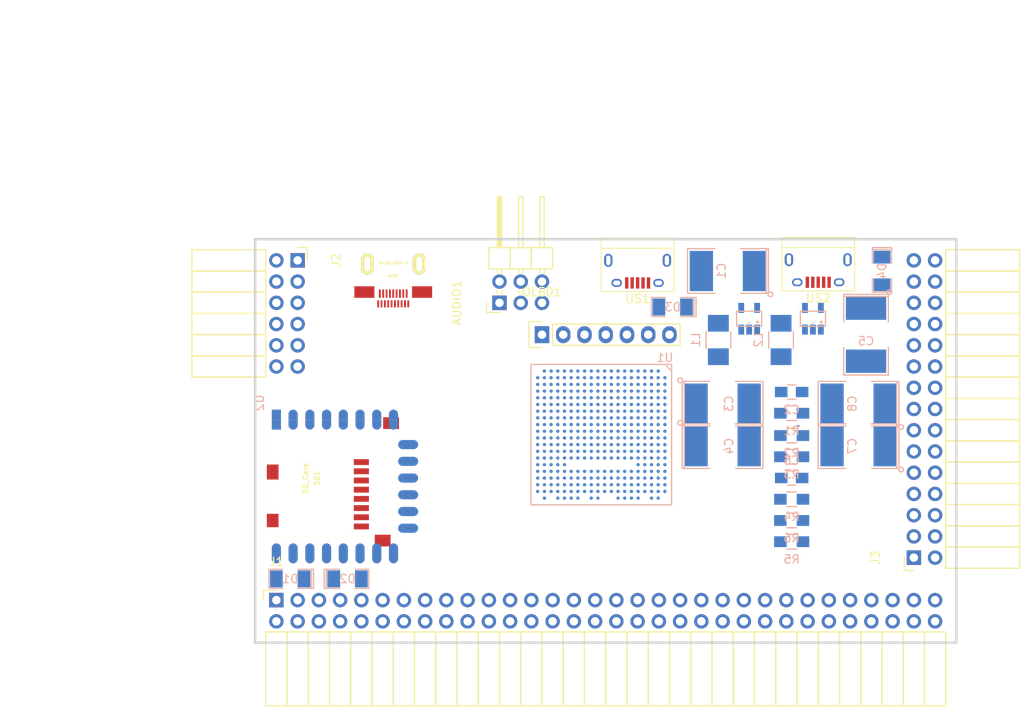
<source format=kicad_pcb>
(kicad_pcb (version 4) (host pcbnew 4.0.5+dfsg1-4)

  (general
    (links 286)
    (no_connects 286)
    (area 93.949999 61.269999 178.070001 109.830001)
    (thickness 1.6)
    (drawings 16)
    (tracks 1)
    (zones 0)
    (modules 33)
    (nets 82)
  )

  (page A4)
  (layers
    (0 F.Cu signal)
    (1 In1.Cu signal)
    (2 In2.Cu signal)
    (31 B.Cu signal)
    (32 B.Adhes user)
    (33 F.Adhes user)
    (34 B.Paste user)
    (35 F.Paste user)
    (36 B.SilkS user)
    (37 F.SilkS user)
    (38 B.Mask user)
    (39 F.Mask user)
    (40 Dwgs.User user)
    (41 Cmts.User user)
    (42 Eco1.User user)
    (43 Eco2.User user)
    (44 Edge.Cuts user)
    (45 Margin user)
    (46 B.CrtYd user)
    (47 F.CrtYd user)
    (48 B.Fab user)
    (49 F.Fab user)
  )

  (setup
    (last_trace_width 0.25)
    (trace_clearance 0.2)
    (zone_clearance 0.508)
    (zone_45_only no)
    (trace_min 0.2)
    (segment_width 0.2)
    (edge_width 0.2)
    (via_size 0.6)
    (via_drill 0.4)
    (via_min_size 0.4)
    (via_min_drill 0.3)
    (uvia_size 0.3)
    (uvia_drill 0.1)
    (uvias_allowed yes)
    (uvia_min_size 0.2)
    (uvia_min_drill 0.1)
    (pcb_text_width 0.3)
    (pcb_text_size 1.5 1.5)
    (mod_edge_width 0.15)
    (mod_text_size 1 1)
    (mod_text_width 0.15)
    (pad_size 1.524 1.524)
    (pad_drill 0.762)
    (pad_to_mask_clearance 0.2)
    (aux_axis_origin 82.67 62.69)
    (grid_origin 86.48 79.2)
    (visible_elements 7FFFFFFF)
    (pcbplotparams
      (layerselection 0x00030_80000001)
      (usegerberextensions false)
      (excludeedgelayer true)
      (linewidth 0.100000)
      (plotframeref false)
      (viasonmask false)
      (mode 1)
      (useauxorigin false)
      (hpglpennumber 1)
      (hpglpenspeed 20)
      (hpglpendiameter 15)
      (hpglpenoverlay 2)
      (psnegative false)
      (psa4output false)
      (plotreference true)
      (plotvalue true)
      (plotinvisibletext false)
      (padsonsilk false)
      (subtractmaskfromsilk false)
      (outputformat 1)
      (mirror false)
      (drillshape 1)
      (scaleselection 1)
      (outputdirectory ""))
  )

  (net 0 "")
  (net 1 GND)
  (net 2 /TDI)
  (net 3 /TCK)
  (net 4 /TMS)
  (net 5 /TDO)
  (net 6 +5V)
  (net 7 /USB5V)
  (net 8 "Net-(D4-Pad1)")
  (net 9 /gpio/IN5V)
  (net 10 /gpio/OUT5V)
  (net 11 /gpio/P5)
  (net 12 /gpio/P6)
  (net 13 /gpio/P7)
  (net 14 /gpio/P8)
  (net 15 /gpio/P11)
  (net 16 /gpio/P12)
  (net 17 /gpio/P13)
  (net 18 /gpio/P14)
  (net 19 /gpio/P17)
  (net 20 /gpio/P18)
  (net 21 /gpio/P19)
  (net 22 /gpio/P20)
  (net 23 /gpio/P21)
  (net 24 /gpio/P22)
  (net 25 /gpio/P23)
  (net 26 /gpio/P24)
  (net 27 /gpio/P25)
  (net 28 /gpio/P26)
  (net 29 /gpio/P27)
  (net 30 /gpio/P28)
  (net 31 /gpio/P29)
  (net 32 /gpio/P30)
  (net 33 /SD_3)
  (net 34 /MTMS)
  (net 35 /MTCK)
  (net 36 /MTDO)
  (net 37 /MTDI)
  (net 38 /gpio/P9)
  (net 39 /gpio/P10)
  (net 40 "Net-(US1-Pad6)")
  (net 41 "Net-(US2-Pad6)")
  (net 42 /gpio/P15)
  (net 43 /gpio/P16)
  (net 44 /gpio/P31)
  (net 45 /gpio/P32)
  (net 46 /gpio/P33)
  (net 47 /gpio/P34)
  (net 48 /gpio/P35)
  (net 49 /gpio/P36)
  (net 50 /gpio/P37)
  (net 51 /gpio/P38)
  (net 52 /gpio/P39)
  (net 53 /gpio/P40)
  (net 54 /gpio/P41)
  (net 55 /gpio/P42)
  (net 56 /gpio/P43)
  (net 57 /gpio/P44)
  (net 58 /gpio/P45)
  (net 59 /gpio/P46)
  (net 60 /gpio/P47)
  (net 61 /gpio/P48)
  (net 62 /gpio/P49)
  (net 63 /gpio/P50)
  (net 64 /gpio/P51)
  (net 65 /gpio/P52)
  (net 66 /gpio/P53)
  (net 67 /gpio/P54)
  (net 68 /gpio/P55)
  (net 69 /gpio/P56)
  (net 70 /gpio/P57)
  (net 71 /gpio/P58)
  (net 72 /gpio/P59)
  (net 73 /gpio/P60)
  (net 74 +3V3)
  (net 75 "Net-(L1-Pad1)")
  (net 76 "Net-(R1-Pad2)")
  (net 77 "Net-(L2-Pad1)")
  (net 78 "Net-(R4-Pad2)")
  (net 79 +1V2)
  (net 80 "Net-(C2-Pad2)")
  (net 81 "Net-(C6-Pad2)")

  (net_class Default "This is the default net class."
    (clearance 0.2)
    (trace_width 0.25)
    (via_dia 0.6)
    (via_drill 0.4)
    (uvia_dia 0.3)
    (uvia_drill 0.1)
    (add_net +1V2)
    (add_net +3V3)
    (add_net +5V)
    (add_net /MTCK)
    (add_net /MTDI)
    (add_net /MTDO)
    (add_net /MTMS)
    (add_net /SD_3)
    (add_net /TCK)
    (add_net /TDI)
    (add_net /TDO)
    (add_net /TMS)
    (add_net /USB5V)
    (add_net /gpio/IN5V)
    (add_net /gpio/OUT5V)
    (add_net /gpio/P10)
    (add_net /gpio/P11)
    (add_net /gpio/P12)
    (add_net /gpio/P13)
    (add_net /gpio/P14)
    (add_net /gpio/P15)
    (add_net /gpio/P16)
    (add_net /gpio/P17)
    (add_net /gpio/P18)
    (add_net /gpio/P19)
    (add_net /gpio/P20)
    (add_net /gpio/P21)
    (add_net /gpio/P22)
    (add_net /gpio/P23)
    (add_net /gpio/P24)
    (add_net /gpio/P25)
    (add_net /gpio/P26)
    (add_net /gpio/P27)
    (add_net /gpio/P28)
    (add_net /gpio/P29)
    (add_net /gpio/P30)
    (add_net /gpio/P31)
    (add_net /gpio/P32)
    (add_net /gpio/P33)
    (add_net /gpio/P34)
    (add_net /gpio/P35)
    (add_net /gpio/P36)
    (add_net /gpio/P37)
    (add_net /gpio/P38)
    (add_net /gpio/P39)
    (add_net /gpio/P40)
    (add_net /gpio/P41)
    (add_net /gpio/P42)
    (add_net /gpio/P43)
    (add_net /gpio/P44)
    (add_net /gpio/P45)
    (add_net /gpio/P46)
    (add_net /gpio/P47)
    (add_net /gpio/P48)
    (add_net /gpio/P49)
    (add_net /gpio/P5)
    (add_net /gpio/P50)
    (add_net /gpio/P51)
    (add_net /gpio/P52)
    (add_net /gpio/P53)
    (add_net /gpio/P54)
    (add_net /gpio/P55)
    (add_net /gpio/P56)
    (add_net /gpio/P57)
    (add_net /gpio/P58)
    (add_net /gpio/P59)
    (add_net /gpio/P6)
    (add_net /gpio/P60)
    (add_net /gpio/P7)
    (add_net /gpio/P8)
    (add_net /gpio/P9)
    (add_net "Net-(C2-Pad2)")
    (add_net "Net-(C6-Pad2)")
    (add_net "Net-(D4-Pad1)")
    (add_net "Net-(L1-Pad1)")
    (add_net "Net-(L2-Pad1)")
    (add_net "Net-(R1-Pad2)")
    (add_net "Net-(R4-Pad2)")
    (add_net "Net-(US1-Pad6)")
    (add_net "Net-(US2-Pad6)")
  )

  (net_class BGA ""
    (clearance 0.1)
    (trace_width 0.2)
    (via_dia 0.6)
    (via_drill 0.4)
    (uvia_dia 0.3)
    (uvia_drill 0.1)
    (add_net GND)
  )

  (module SMD_Packages:SMD-1206_Pol (layer B.Cu) (tedit 0) (tstamp 56AA106E)
    (at 105.149 102.06)
    (path /56AC389C/56AC4846)
    (attr smd)
    (fp_text reference D2 (at 0 0) (layer B.SilkS)
      (effects (font (size 1 1) (thickness 0.15)) (justify mirror))
    )
    (fp_text value 2A (at 0 0) (layer B.Fab)
      (effects (font (size 1 1) (thickness 0.15)) (justify mirror))
    )
    (fp_line (start -2.54 1.143) (end -2.794 1.143) (layer B.SilkS) (width 0.15))
    (fp_line (start -2.794 1.143) (end -2.794 -1.143) (layer B.SilkS) (width 0.15))
    (fp_line (start -2.794 -1.143) (end -2.54 -1.143) (layer B.SilkS) (width 0.15))
    (fp_line (start -2.54 1.143) (end -2.54 -1.143) (layer B.SilkS) (width 0.15))
    (fp_line (start -2.54 -1.143) (end -0.889 -1.143) (layer B.SilkS) (width 0.15))
    (fp_line (start 0.889 1.143) (end 2.54 1.143) (layer B.SilkS) (width 0.15))
    (fp_line (start 2.54 1.143) (end 2.54 -1.143) (layer B.SilkS) (width 0.15))
    (fp_line (start 2.54 -1.143) (end 0.889 -1.143) (layer B.SilkS) (width 0.15))
    (fp_line (start -0.889 1.143) (end -2.54 1.143) (layer B.SilkS) (width 0.15))
    (pad 1 smd rect (at -1.651 0) (size 1.524 2.032) (layers B.Cu B.Paste B.Mask)
      (net 10 /gpio/OUT5V))
    (pad 2 smd rect (at 1.651 0) (size 1.524 2.032) (layers B.Cu B.Paste B.Mask))
    (model SMD_Packages.3dshapes/SMD-1206_Pol.wrl
      (at (xyz 0 0 0))
      (scale (xyz 0.17 0.16 0.16))
      (rotate (xyz 0 0 0))
    )
  )

  (module SMD_Packages:SMD-1206_Pol (layer B.Cu) (tedit 0) (tstamp 56AA1068)
    (at 98.291 102.06 180)
    (path /56AC389C/56AC483B)
    (attr smd)
    (fp_text reference D1 (at 0 0 180) (layer B.SilkS)
      (effects (font (size 1 1) (thickness 0.15)) (justify mirror))
    )
    (fp_text value 2A (at 0 0 180) (layer B.Fab)
      (effects (font (size 1 1) (thickness 0.15)) (justify mirror))
    )
    (fp_line (start -2.54 1.143) (end -2.794 1.143) (layer B.SilkS) (width 0.15))
    (fp_line (start -2.794 1.143) (end -2.794 -1.143) (layer B.SilkS) (width 0.15))
    (fp_line (start -2.794 -1.143) (end -2.54 -1.143) (layer B.SilkS) (width 0.15))
    (fp_line (start -2.54 1.143) (end -2.54 -1.143) (layer B.SilkS) (width 0.15))
    (fp_line (start -2.54 -1.143) (end -0.889 -1.143) (layer B.SilkS) (width 0.15))
    (fp_line (start 0.889 1.143) (end 2.54 1.143) (layer B.SilkS) (width 0.15))
    (fp_line (start 2.54 1.143) (end 2.54 -1.143) (layer B.SilkS) (width 0.15))
    (fp_line (start 2.54 -1.143) (end 0.889 -1.143) (layer B.SilkS) (width 0.15))
    (fp_line (start -0.889 1.143) (end -2.54 1.143) (layer B.SilkS) (width 0.15))
    (pad 1 smd rect (at -1.651 0 180) (size 1.524 2.032) (layers B.Cu B.Paste B.Mask)
      (net 6 +5V))
    (pad 2 smd rect (at 1.651 0 180) (size 1.524 2.032) (layers B.Cu B.Paste B.Mask)
      (net 9 /gpio/IN5V))
    (model SMD_Packages.3dshapes/SMD-1206_Pol.wrl
      (at (xyz 0 0 0))
      (scale (xyz 0.17 0.16 0.16))
      (rotate (xyz 0 0 0))
    )
  )

  (module SMD_Packages:SMD-1206_Pol (layer B.Cu) (tedit 0) (tstamp 56A9E514)
    (at 169.03 65.23 270)
    (path /56AA2821)
    (attr smd)
    (fp_text reference D4 (at 0 0 270) (layer B.SilkS)
      (effects (font (size 1 1) (thickness 0.15)) (justify mirror))
    )
    (fp_text value 2A (at 0 0 270) (layer B.Fab)
      (effects (font (size 1 1) (thickness 0.15)) (justify mirror))
    )
    (fp_line (start -2.54 1.143) (end -2.794 1.143) (layer B.SilkS) (width 0.15))
    (fp_line (start -2.794 1.143) (end -2.794 -1.143) (layer B.SilkS) (width 0.15))
    (fp_line (start -2.794 -1.143) (end -2.54 -1.143) (layer B.SilkS) (width 0.15))
    (fp_line (start -2.54 1.143) (end -2.54 -1.143) (layer B.SilkS) (width 0.15))
    (fp_line (start -2.54 -1.143) (end -0.889 -1.143) (layer B.SilkS) (width 0.15))
    (fp_line (start 0.889 1.143) (end 2.54 1.143) (layer B.SilkS) (width 0.15))
    (fp_line (start 2.54 1.143) (end 2.54 -1.143) (layer B.SilkS) (width 0.15))
    (fp_line (start 2.54 -1.143) (end 0.889 -1.143) (layer B.SilkS) (width 0.15))
    (fp_line (start -0.889 1.143) (end -2.54 1.143) (layer B.SilkS) (width 0.15))
    (pad 1 smd rect (at -1.651 0 270) (size 1.524 2.032) (layers B.Cu B.Paste B.Mask)
      (net 8 "Net-(D4-Pad1)"))
    (pad 2 smd rect (at 1.651 0 270) (size 1.524 2.032) (layers B.Cu B.Paste B.Mask)
      (net 6 +5V))
    (model SMD_Packages.3dshapes/SMD-1206_Pol.wrl
      (at (xyz 0 0 0))
      (scale (xyz 0.17 0.16 0.16))
      (rotate (xyz 0 0 0))
    )
  )

  (module SMD_Packages:SMD-1206_Pol (layer B.Cu) (tedit 0) (tstamp 56A9E50E)
    (at 144.011 69.548 180)
    (path /56AA1324)
    (attr smd)
    (fp_text reference D3 (at 0 0 180) (layer B.SilkS)
      (effects (font (size 1 1) (thickness 0.15)) (justify mirror))
    )
    (fp_text value 2A (at 0 0 180) (layer B.Fab)
      (effects (font (size 1 1) (thickness 0.15)) (justify mirror))
    )
    (fp_line (start -2.54 1.143) (end -2.794 1.143) (layer B.SilkS) (width 0.15))
    (fp_line (start -2.794 1.143) (end -2.794 -1.143) (layer B.SilkS) (width 0.15))
    (fp_line (start -2.794 -1.143) (end -2.54 -1.143) (layer B.SilkS) (width 0.15))
    (fp_line (start -2.54 1.143) (end -2.54 -1.143) (layer B.SilkS) (width 0.15))
    (fp_line (start -2.54 -1.143) (end -0.889 -1.143) (layer B.SilkS) (width 0.15))
    (fp_line (start 0.889 1.143) (end 2.54 1.143) (layer B.SilkS) (width 0.15))
    (fp_line (start 2.54 1.143) (end 2.54 -1.143) (layer B.SilkS) (width 0.15))
    (fp_line (start 2.54 -1.143) (end 0.889 -1.143) (layer B.SilkS) (width 0.15))
    (fp_line (start -0.889 1.143) (end -2.54 1.143) (layer B.SilkS) (width 0.15))
    (pad 1 smd rect (at -1.651 0 180) (size 1.524 2.032) (layers B.Cu B.Paste B.Mask)
      (net 6 +5V))
    (pad 2 smd rect (at 1.651 0 180) (size 1.524 2.032) (layers B.Cu B.Paste B.Mask)
      (net 7 /USB5V))
    (model SMD_Packages.3dshapes/SMD-1206_Pol.wrl
      (at (xyz 0 0 0))
      (scale (xyz 0.17 0.16 0.16))
      (rotate (xyz 0 0 0))
    )
  )

  (module micro-sd:MicroSD_TF02D (layer F.Cu) (tedit 52721666) (tstamp 56A966AB)
    (at 95.8 90.03 90)
    (path /56ACBF19)
    (fp_text reference SD1 (at 0 5.7 90) (layer F.SilkS)
      (effects (font (size 0.59944 0.59944) (thickness 0.12446)))
    )
    (fp_text value SD_Card (at 0 4.35 90) (layer F.SilkS)
      (effects (font (size 0.59944 0.59944) (thickness 0.12446)))
    )
    (fp_line (start 3.8 15.2) (end 3.8 16) (layer F.SilkS) (width 0.01016))
    (fp_line (start 3.8 16) (end -7 16) (layer F.SilkS) (width 0.01016))
    (fp_line (start -7 16) (end -7 15.2) (layer F.SilkS) (width 0.01016))
    (fp_line (start 7 0) (end 7 15.2) (layer F.SilkS) (width 0.01016))
    (fp_line (start 7 15.2) (end -7 15.2) (layer F.SilkS) (width 0.01016))
    (fp_line (start -7 15.2) (end -7 0) (layer F.SilkS) (width 0.01016))
    (fp_line (start -7 0) (end 7 0) (layer F.SilkS) (width 0.01016))
    (pad 1 smd rect (at 1.94 11 90) (size 0.7 1.8) (layers F.Cu F.Paste F.Mask)
      (net 33 /SD_3))
    (pad 2 smd rect (at 0.84 11 90) (size 0.7 1.8) (layers F.Cu F.Paste F.Mask)
      (net 34 /MTMS))
    (pad 3 smd rect (at -0.26 11 90) (size 0.7 1.8) (layers F.Cu F.Paste F.Mask)
      (net 1 GND))
    (pad 4 smd rect (at -1.36 11 90) (size 0.7 1.8) (layers F.Cu F.Paste F.Mask)
      (net 74 +3V3))
    (pad 5 smd rect (at -2.46 11 90) (size 0.7 1.8) (layers F.Cu F.Paste F.Mask)
      (net 35 /MTCK))
    (pad 6 smd rect (at -3.56 11 90) (size 0.7 1.8) (layers F.Cu F.Paste F.Mask)
      (net 1 GND))
    (pad 7 smd rect (at -4.66 11 90) (size 0.7 1.8) (layers F.Cu F.Paste F.Mask)
      (net 36 /MTDO))
    (pad 8 smd rect (at -5.76 11 90) (size 0.7 1.8) (layers F.Cu F.Paste F.Mask)
      (net 37 /MTDI))
    (pad S smd rect (at -5.05 0.4 90) (size 1.6 1.4) (layers F.Cu F.Paste F.Mask))
    (pad S smd rect (at 0.75 0.4 90) (size 1.8 1.4) (layers F.Cu F.Paste F.Mask))
    (pad G smd rect (at -7.45 13.55 90) (size 1.4 1.9) (layers F.Cu F.Paste F.Mask))
    (pad G smd rect (at 6.6 14.55 90) (size 1.4 1.9) (layers F.Cu F.Paste F.Mask))
  )

  (module micro-hdmi-d:MICRO-HDMI-D (layer F.Cu) (tedit 53F70906) (tstamp 56A965BA)
    (at 110.61 62.69 180)
    (path /56ACD5D4)
    (attr smd)
    (fp_text reference GPDI1 (at -0.025 -3.125 180) (layer F.SilkS)
      (effects (font (size 0.3 0.3) (thickness 0.075)))
    )
    (fp_text value MICRO-GPDI-D (at 0 -1.6 180) (layer F.SilkS)
      (effects (font (size 0.3 0.3) (thickness 0.075)))
    )
    (fp_line (start -3.3 0) (end -3.3 0.7) (layer F.SilkS) (width 0.001))
    (fp_line (start -3.3 0.7) (end 3.3 0.7) (layer F.SilkS) (width 0.001))
    (fp_line (start 3.3 0.7) (end 3.3 0) (layer F.SilkS) (width 0.001))
    (fp_line (start -3.3 0) (end -3.3 -6.8) (layer F.SilkS) (width 0.001))
    (fp_line (start -3.3 -6.8) (end 3.3 -6.8) (layer F.SilkS) (width 0.001))
    (fp_line (start 3.3 -6.8) (end 3.3 0) (layer F.SilkS) (width 0.001))
    (fp_line (start 3.3 0) (end -3.3 0) (layer F.SilkS) (width 0.001))
    (pad 1 smd rect (at 1.8 -6.475 180) (size 0.23 0.85) (layers F.Cu F.Paste F.Mask))
    (pad 3 smd rect (at 1.4 -6.475 180) (size 0.23 0.85) (layers F.Cu F.Paste F.Mask))
    (pad 5 smd rect (at 1 -6.475 180) (size 0.23 0.85) (layers F.Cu F.Paste F.Mask))
    (pad 7 smd rect (at 0.6 -6.475 180) (size 0.23 0.85) (layers F.Cu F.Paste F.Mask)
      (net 1 GND))
    (pad 9 smd rect (at 0.2 -6.475 180) (size 0.23 0.85) (layers F.Cu F.Paste F.Mask))
    (pad 11 smd rect (at -0.2 -6.475 180) (size 0.23 0.85) (layers F.Cu F.Paste F.Mask))
    (pad 13 smd rect (at -0.6 -6.475 180) (size 0.23 0.85) (layers F.Cu F.Paste F.Mask)
      (net 1 GND))
    (pad 15 smd rect (at -1 -6.475 180) (size 0.23 0.85) (layers F.Cu F.Paste F.Mask))
    (pad 17 smd rect (at -1.4 -6.475 180) (size 0.23 0.85) (layers F.Cu F.Paste F.Mask))
    (pad 19 smd rect (at -1.8 -6.475 180) (size 0.23 0.85) (layers F.Cu F.Paste F.Mask)
      (net 6 +5V))
    (pad 2 smd rect (at 1.6 -5.25 180) (size 0.23 1) (layers F.Cu F.Paste F.Mask))
    (pad 4 smd rect (at 1.2 -5.25 180) (size 0.23 1) (layers F.Cu F.Paste F.Mask)
      (net 1 GND))
    (pad 6 smd rect (at 0.8 -5.25 180) (size 0.23 1) (layers F.Cu F.Paste F.Mask))
    (pad 8 smd rect (at 0.4 -5.25 180) (size 0.23 1) (layers F.Cu F.Paste F.Mask))
    (pad 10 smd rect (at 0 -5.25 180) (size 0.23 1) (layers F.Cu F.Paste F.Mask)
      (net 1 GND))
    (pad 12 smd rect (at -0.4 -5.25 180) (size 0.23 1) (layers F.Cu F.Paste F.Mask))
    (pad 14 smd rect (at -0.8 -5.25 180) (size 0.23 1) (layers F.Cu F.Paste F.Mask))
    (pad 16 smd rect (at -1.2 -5.25 180) (size 0.23 1) (layers F.Cu F.Paste F.Mask)
      (net 1 GND))
    (pad 18 smd rect (at -1.6 -5.25 180) (size 0.23 1) (layers F.Cu F.Paste F.Mask))
    (pad SHD smd rect (at 3.45 -5.06 180) (size 2.4 1.38) (layers F.Cu F.Paste F.Mask)
      (net 1 GND))
    (pad SHD smd rect (at -3.45 -5.06 180) (size 2.4 1.38) (layers F.Cu F.Paste F.Mask)
      (net 1 GND))
    (pad "" thru_hole oval (at -3.1 -1.7 180) (size 1.5 2.55) (drill oval 0.65 1.7) (layers *.Cu *.Mask F.SilkS))
    (pad "" thru_hole oval (at 3.1 -1.7 180) (size 1.5 2.55) (drill oval 0.65 1.7) (layers *.Cu *.Mask F.SilkS))
  )

  (module ESP8266:ESP-12E (layer B.Cu) (tedit 559F8D21) (tstamp 56A95491)
    (at 96.64 83.01 270)
    (descr "Module, ESP-8266, ESP-12, 16 pad, SMD")
    (tags "Module ESP-8266 ESP8266")
    (path /56AC980A)
    (fp_text reference U2 (at -2 2 270) (layer B.SilkS)
      (effects (font (size 1 1) (thickness 0.15)) (justify mirror))
    )
    (fp_text value ESP-12E (at 8 -1 270) (layer B.Fab)
      (effects (font (size 1 1) (thickness 0.15)) (justify mirror))
    )
    (fp_line (start 16 8.4) (end 0 2.6) (layer B.CrtYd) (width 0.1524))
    (fp_line (start 0 8.4) (end 16 2.6) (layer B.CrtYd) (width 0.1524))
    (fp_text user "No Copper" (at 7.9 5.4 270) (layer B.CrtYd)
      (effects (font (size 1 1) (thickness 0.15)) (justify mirror))
    )
    (fp_line (start 0 8.4) (end 0 2.6) (layer B.CrtYd) (width 0.1524))
    (fp_line (start 0 2.6) (end 16 2.6) (layer B.CrtYd) (width 0.1524))
    (fp_line (start 16 2.6) (end 16 8.4) (layer B.CrtYd) (width 0.1524))
    (fp_line (start 16 8.4) (end 0 8.4) (layer B.CrtYd) (width 0.1524))
    (fp_line (start 16 8.4) (end 16 -15.6) (layer B.Fab) (width 0.1524))
    (fp_line (start 16 -15.6) (end 0 -15.6) (layer B.Fab) (width 0.1524))
    (fp_line (start 0 -15.6) (end 0 8.4) (layer B.Fab) (width 0.1524))
    (fp_line (start 0 8.4) (end 16 8.4) (layer B.Fab) (width 0.1524))
    (pad 9 smd oval (at 2.99 -15.75 180) (size 2.4 1.1) (layers B.Cu B.Paste B.Mask)
      (net 36 /MTDO))
    (pad 10 smd oval (at 4.99 -15.75 180) (size 2.4 1.1) (layers B.Cu B.Paste B.Mask)
      (net 37 /MTDI))
    (pad 11 smd oval (at 6.99 -15.75 180) (size 2.4 1.1) (layers B.Cu B.Paste B.Mask)
      (net 33 /SD_3))
    (pad 12 smd oval (at 8.99 -15.75 180) (size 2.4 1.1) (layers B.Cu B.Paste B.Mask)
      (net 34 /MTMS))
    (pad 13 smd oval (at 10.99 -15.75 180) (size 2.4 1.1) (layers B.Cu B.Paste B.Mask)
      (net 35 /MTCK))
    (pad 14 smd oval (at 12.99 -15.75 180) (size 2.4 1.1) (layers B.Cu B.Paste B.Mask))
    (pad 1 smd rect (at 0 0 270) (size 2.4 1.1) (layers B.Cu B.Paste B.Mask))
    (pad 2 smd oval (at 0 -2 270) (size 2.4 1.1) (layers B.Cu B.Paste B.Mask))
    (pad 3 smd oval (at 0 -4 270) (size 2.4 1.1) (layers B.Cu B.Paste B.Mask))
    (pad 4 smd oval (at 0 -6 270) (size 2.4 1.1) (layers B.Cu B.Paste B.Mask)
      (net 2 /TDI))
    (pad 5 smd oval (at 0 -8 270) (size 2.4 1.1) (layers B.Cu B.Paste B.Mask)
      (net 5 /TDO))
    (pad 6 smd oval (at 0 -10 270) (size 2.4 1.1) (layers B.Cu B.Paste B.Mask)
      (net 3 /TCK))
    (pad 7 smd oval (at 0 -12 270) (size 2.4 1.1) (layers B.Cu B.Paste B.Mask)
      (net 4 /TMS))
    (pad 8 smd oval (at 0 -14 270) (size 2.4 1.1) (layers B.Cu B.Paste B.Mask)
      (net 74 +3V3))
    (pad 15 smd oval (at 16 -14 270) (size 2.4 1.1) (layers B.Cu B.Paste B.Mask)
      (net 1 GND))
    (pad 16 smd oval (at 16 -12 270) (size 2.4 1.1) (layers B.Cu B.Paste B.Mask))
    (pad 17 smd oval (at 16 -10 270) (size 2.4 1.1) (layers B.Cu B.Paste B.Mask))
    (pad 18 smd oval (at 16 -8 270) (size 2.4 1.1) (layers B.Cu B.Paste B.Mask))
    (pad 19 smd oval (at 16 -6 270) (size 2.4 1.1) (layers B.Cu B.Paste B.Mask))
    (pad 20 smd oval (at 16 -4 270) (size 2.4 1.1) (layers B.Cu B.Paste B.Mask))
    (pad 21 smd oval (at 16 -2 270) (size 2.4 1.1) (layers B.Cu B.Paste B.Mask))
    (pad 22 smd oval (at 16 0 270) (size 2.4 1.1) (layers B.Cu B.Paste B.Mask))
    (model ${ESPLIB}/ESP8266.3dshapes/ESP-12.wrl
      (at (xyz 0.04 0 0))
      (scale (xyz 0.3937 0.3937 0.3937))
      (rotate (xyz 0 0 0))
    )
  )

  (module usb_otg:USB_Micro-B (layer F.Cu) (tedit 5543E447) (tstamp 58D43115)
    (at 139.82 65.31 180)
    (descr "Micro USB Type B Receptacle")
    (tags "USB USB_B USB_micro USB_OTG")
    (path /58D432CE)
    (attr smd)
    (fp_text reference US1 (at 0 -3.24 180) (layer F.SilkS)
      (effects (font (size 1 1) (thickness 0.15)))
    )
    (fp_text value USB_FTDI (at 0 5.01 180) (layer F.Fab)
      (effects (font (size 1 1) (thickness 0.15)))
    )
    (fp_line (start -4.6 -2.59) (end 4.6 -2.59) (layer F.CrtYd) (width 0.05))
    (fp_line (start 4.6 -2.59) (end 4.6 4.26) (layer F.CrtYd) (width 0.05))
    (fp_line (start 4.6 4.26) (end -4.6 4.26) (layer F.CrtYd) (width 0.05))
    (fp_line (start -4.6 4.26) (end -4.6 -2.59) (layer F.CrtYd) (width 0.05))
    (fp_line (start -4.35 4.03) (end 4.35 4.03) (layer F.SilkS) (width 0.12))
    (fp_line (start -4.35 -2.38) (end 4.35 -2.38) (layer F.SilkS) (width 0.12))
    (fp_line (start 4.35 -2.38) (end 4.35 4.03) (layer F.SilkS) (width 0.12))
    (fp_line (start 4.35 2.8) (end -4.35 2.8) (layer F.SilkS) (width 0.12))
    (fp_line (start -4.35 4.03) (end -4.35 -2.38) (layer F.SilkS) (width 0.12))
    (pad 1 smd rect (at -1.3 -1.35 270) (size 1.35 0.4) (layers F.Cu F.Paste F.Mask)
      (net 7 /USB5V))
    (pad 2 smd rect (at -0.65 -1.35 270) (size 1.35 0.4) (layers F.Cu F.Paste F.Mask))
    (pad 3 smd rect (at 0 -1.35 270) (size 1.35 0.4) (layers F.Cu F.Paste F.Mask))
    (pad 4 smd rect (at 0.65 -1.35 270) (size 1.35 0.4) (layers F.Cu F.Paste F.Mask))
    (pad 5 smd rect (at 1.3 -1.35 270) (size 1.35 0.4) (layers F.Cu F.Paste F.Mask)
      (net 1 GND))
    (pad 6 thru_hole oval (at -2.5 -1.35 270) (size 0.95 1.25) (drill oval 0.55 0.85) (layers *.Cu *.Mask)
      (net 40 "Net-(US1-Pad6)"))
    (pad 6 thru_hole oval (at 2.5 -1.35 270) (size 0.95 1.25) (drill oval 0.55 0.85) (layers *.Cu *.Mask)
      (net 40 "Net-(US1-Pad6)"))
    (pad 6 thru_hole oval (at -3.5 1.35 270) (size 1.55 1) (drill oval 1.15 0.5) (layers *.Cu *.Mask)
      (net 40 "Net-(US1-Pad6)"))
    (pad 6 thru_hole oval (at 3.5 1.35 270) (size 1.55 1) (drill oval 1.15 0.5) (layers *.Cu *.Mask)
      (net 40 "Net-(US1-Pad6)"))
  )

  (module usb_otg:USB_Micro-B (layer F.Cu) (tedit 5543E447) (tstamp 58D43122)
    (at 161.41 65.23 180)
    (descr "Micro USB Type B Receptacle")
    (tags "USB USB_B USB_micro USB_OTG")
    (path /58D4378B)
    (attr smd)
    (fp_text reference US2 (at 0 -3.24 180) (layer F.SilkS)
      (effects (font (size 1 1) (thickness 0.15)))
    )
    (fp_text value USB_FPGA (at 0 5.01 180) (layer F.Fab)
      (effects (font (size 1 1) (thickness 0.15)))
    )
    (fp_line (start -4.6 -2.59) (end 4.6 -2.59) (layer F.CrtYd) (width 0.05))
    (fp_line (start 4.6 -2.59) (end 4.6 4.26) (layer F.CrtYd) (width 0.05))
    (fp_line (start 4.6 4.26) (end -4.6 4.26) (layer F.CrtYd) (width 0.05))
    (fp_line (start -4.6 4.26) (end -4.6 -2.59) (layer F.CrtYd) (width 0.05))
    (fp_line (start -4.35 4.03) (end 4.35 4.03) (layer F.SilkS) (width 0.12))
    (fp_line (start -4.35 -2.38) (end 4.35 -2.38) (layer F.SilkS) (width 0.12))
    (fp_line (start 4.35 -2.38) (end 4.35 4.03) (layer F.SilkS) (width 0.12))
    (fp_line (start 4.35 2.8) (end -4.35 2.8) (layer F.SilkS) (width 0.12))
    (fp_line (start -4.35 4.03) (end -4.35 -2.38) (layer F.SilkS) (width 0.12))
    (pad 1 smd rect (at -1.3 -1.35 270) (size 1.35 0.4) (layers F.Cu F.Paste F.Mask)
      (net 8 "Net-(D4-Pad1)"))
    (pad 2 smd rect (at -0.65 -1.35 270) (size 1.35 0.4) (layers F.Cu F.Paste F.Mask))
    (pad 3 smd rect (at 0 -1.35 270) (size 1.35 0.4) (layers F.Cu F.Paste F.Mask))
    (pad 4 smd rect (at 0.65 -1.35 270) (size 1.35 0.4) (layers F.Cu F.Paste F.Mask))
    (pad 5 smd rect (at 1.3 -1.35 270) (size 1.35 0.4) (layers F.Cu F.Paste F.Mask)
      (net 1 GND))
    (pad 6 thru_hole oval (at -2.5 -1.35 270) (size 0.95 1.25) (drill oval 0.55 0.85) (layers *.Cu *.Mask)
      (net 41 "Net-(US2-Pad6)"))
    (pad 6 thru_hole oval (at 2.5 -1.35 270) (size 0.95 1.25) (drill oval 0.55 0.85) (layers *.Cu *.Mask)
      (net 41 "Net-(US2-Pad6)"))
    (pad 6 thru_hole oval (at -3.5 1.35 270) (size 1.55 1) (drill oval 1.15 0.5) (layers *.Cu *.Mask)
      (net 41 "Net-(US2-Pad6)"))
    (pad 6 thru_hole oval (at 3.5 1.35 270) (size 1.55 1) (drill oval 1.15 0.5) (layers *.Cu *.Mask)
      (net 41 "Net-(US2-Pad6)"))
  )

  (module Socket_Strips:Socket_Strip_Angled_2x32 (layer F.Cu) (tedit 0) (tstamp 58D4E99D)
    (at 96.64 104.6)
    (descr "Through hole socket strip")
    (tags "socket strip")
    (path /56AC389C/58D39D36)
    (fp_text reference J1 (at 0 -4.6) (layer F.SilkS)
      (effects (font (size 1 1) (thickness 0.15)))
    )
    (fp_text value CONN_02X32 (at 0 -2.6) (layer F.Fab)
      (effects (font (size 1 1) (thickness 0.15)))
    )
    (fp_line (start -1.75 -1.35) (end -1.75 13.15) (layer F.CrtYd) (width 0.05))
    (fp_line (start 80.5 -1.35) (end 80.5 13.15) (layer F.CrtYd) (width 0.05))
    (fp_line (start -1.75 -1.35) (end 80.5 -1.35) (layer F.CrtYd) (width 0.05))
    (fp_line (start -1.75 13.15) (end 80.5 13.15) (layer F.CrtYd) (width 0.05))
    (fp_line (start 80.01 3.81) (end 80.01 12.64) (layer F.SilkS) (width 0.15))
    (fp_line (start 77.47 3.81) (end 80.01 3.81) (layer F.SilkS) (width 0.15))
    (fp_line (start 77.47 12.64) (end 80.01 12.64) (layer F.SilkS) (width 0.15))
    (fp_line (start 80.01 12.64) (end 80.01 3.81) (layer F.SilkS) (width 0.15))
    (fp_line (start 77.47 12.64) (end 77.47 3.81) (layer F.SilkS) (width 0.15))
    (fp_line (start 74.93 12.64) (end 77.47 12.64) (layer F.SilkS) (width 0.15))
    (fp_line (start 74.93 3.81) (end 77.47 3.81) (layer F.SilkS) (width 0.15))
    (fp_line (start 77.47 3.81) (end 77.47 12.64) (layer F.SilkS) (width 0.15))
    (fp_line (start 54.61 12.64) (end 54.61 3.81) (layer F.SilkS) (width 0.15))
    (fp_line (start 52.07 12.64) (end 54.61 12.64) (layer F.SilkS) (width 0.15))
    (fp_line (start 52.07 3.81) (end 54.61 3.81) (layer F.SilkS) (width 0.15))
    (fp_line (start 54.61 3.81) (end 54.61 12.64) (layer F.SilkS) (width 0.15))
    (fp_line (start 52.07 3.81) (end 52.07 12.64) (layer F.SilkS) (width 0.15))
    (fp_line (start 49.53 3.81) (end 52.07 3.81) (layer F.SilkS) (width 0.15))
    (fp_line (start 49.53 12.64) (end 52.07 12.64) (layer F.SilkS) (width 0.15))
    (fp_line (start 52.07 12.64) (end 52.07 3.81) (layer F.SilkS) (width 0.15))
    (fp_line (start 49.53 12.64) (end 49.53 3.81) (layer F.SilkS) (width 0.15))
    (fp_line (start 46.99 12.64) (end 49.53 12.64) (layer F.SilkS) (width 0.15))
    (fp_line (start 46.99 3.81) (end 49.53 3.81) (layer F.SilkS) (width 0.15))
    (fp_line (start 49.53 3.81) (end 49.53 12.64) (layer F.SilkS) (width 0.15))
    (fp_line (start 62.23 3.81) (end 62.23 12.64) (layer F.SilkS) (width 0.15))
    (fp_line (start 59.69 3.81) (end 62.23 3.81) (layer F.SilkS) (width 0.15))
    (fp_line (start 59.69 12.64) (end 62.23 12.64) (layer F.SilkS) (width 0.15))
    (fp_line (start 62.23 12.64) (end 62.23 3.81) (layer F.SilkS) (width 0.15))
    (fp_line (start 64.77 12.64) (end 64.77 3.81) (layer F.SilkS) (width 0.15))
    (fp_line (start 62.23 12.64) (end 64.77 12.64) (layer F.SilkS) (width 0.15))
    (fp_line (start 62.23 3.81) (end 64.77 3.81) (layer F.SilkS) (width 0.15))
    (fp_line (start 64.77 3.81) (end 64.77 12.64) (layer F.SilkS) (width 0.15))
    (fp_line (start 67.31 3.81) (end 67.31 12.64) (layer F.SilkS) (width 0.15))
    (fp_line (start 64.77 3.81) (end 67.31 3.81) (layer F.SilkS) (width 0.15))
    (fp_line (start 64.77 12.64) (end 67.31 12.64) (layer F.SilkS) (width 0.15))
    (fp_line (start 67.31 12.64) (end 67.31 3.81) (layer F.SilkS) (width 0.15))
    (fp_line (start 69.85 12.64) (end 69.85 3.81) (layer F.SilkS) (width 0.15))
    (fp_line (start 67.31 12.64) (end 69.85 12.64) (layer F.SilkS) (width 0.15))
    (fp_line (start 67.31 3.81) (end 69.85 3.81) (layer F.SilkS) (width 0.15))
    (fp_line (start 69.85 3.81) (end 69.85 12.64) (layer F.SilkS) (width 0.15))
    (fp_line (start 72.39 3.81) (end 72.39 12.64) (layer F.SilkS) (width 0.15))
    (fp_line (start 69.85 3.81) (end 72.39 3.81) (layer F.SilkS) (width 0.15))
    (fp_line (start 69.85 12.64) (end 72.39 12.64) (layer F.SilkS) (width 0.15))
    (fp_line (start 72.39 12.64) (end 72.39 3.81) (layer F.SilkS) (width 0.15))
    (fp_line (start 59.69 12.64) (end 59.69 3.81) (layer F.SilkS) (width 0.15))
    (fp_line (start 57.15 12.64) (end 59.69 12.64) (layer F.SilkS) (width 0.15))
    (fp_line (start 57.15 3.81) (end 59.69 3.81) (layer F.SilkS) (width 0.15))
    (fp_line (start 59.69 3.81) (end 59.69 12.64) (layer F.SilkS) (width 0.15))
    (fp_line (start 57.15 3.81) (end 57.15 12.64) (layer F.SilkS) (width 0.15))
    (fp_line (start 54.61 3.81) (end 57.15 3.81) (layer F.SilkS) (width 0.15))
    (fp_line (start 54.61 12.64) (end 57.15 12.64) (layer F.SilkS) (width 0.15))
    (fp_line (start 57.15 12.64) (end 57.15 3.81) (layer F.SilkS) (width 0.15))
    (fp_line (start 74.93 12.64) (end 74.93 3.81) (layer F.SilkS) (width 0.15))
    (fp_line (start 72.39 12.64) (end 74.93 12.64) (layer F.SilkS) (width 0.15))
    (fp_line (start 72.39 3.81) (end 74.93 3.81) (layer F.SilkS) (width 0.15))
    (fp_line (start 74.93 3.81) (end 74.93 12.64) (layer F.SilkS) (width 0.15))
    (fp_line (start 46.99 3.81) (end 46.99 12.64) (layer F.SilkS) (width 0.15))
    (fp_line (start 44.45 3.81) (end 46.99 3.81) (layer F.SilkS) (width 0.15))
    (fp_line (start 44.45 12.64) (end 46.99 12.64) (layer F.SilkS) (width 0.15))
    (fp_line (start 46.99 12.64) (end 46.99 3.81) (layer F.SilkS) (width 0.15))
    (fp_line (start 29.21 12.64) (end 29.21 3.81) (layer F.SilkS) (width 0.15))
    (fp_line (start 26.67 12.64) (end 29.21 12.64) (layer F.SilkS) (width 0.15))
    (fp_line (start 26.67 3.81) (end 29.21 3.81) (layer F.SilkS) (width 0.15))
    (fp_line (start 29.21 3.81) (end 29.21 12.64) (layer F.SilkS) (width 0.15))
    (fp_line (start 31.75 3.81) (end 31.75 12.64) (layer F.SilkS) (width 0.15))
    (fp_line (start 29.21 3.81) (end 31.75 3.81) (layer F.SilkS) (width 0.15))
    (fp_line (start 29.21 12.64) (end 31.75 12.64) (layer F.SilkS) (width 0.15))
    (fp_line (start 31.75 12.64) (end 31.75 3.81) (layer F.SilkS) (width 0.15))
    (fp_line (start 44.45 12.64) (end 44.45 3.81) (layer F.SilkS) (width 0.15))
    (fp_line (start 41.91 12.64) (end 44.45 12.64) (layer F.SilkS) (width 0.15))
    (fp_line (start 41.91 3.81) (end 44.45 3.81) (layer F.SilkS) (width 0.15))
    (fp_line (start 44.45 3.81) (end 44.45 12.64) (layer F.SilkS) (width 0.15))
    (fp_line (start 41.91 3.81) (end 41.91 12.64) (layer F.SilkS) (width 0.15))
    (fp_line (start 39.37 3.81) (end 41.91 3.81) (layer F.SilkS) (width 0.15))
    (fp_line (start 39.37 12.64) (end 41.91 12.64) (layer F.SilkS) (width 0.15))
    (fp_line (start 41.91 12.64) (end 41.91 3.81) (layer F.SilkS) (width 0.15))
    (fp_line (start 39.37 12.64) (end 39.37 3.81) (layer F.SilkS) (width 0.15))
    (fp_line (start 36.83 12.64) (end 39.37 12.64) (layer F.SilkS) (width 0.15))
    (fp_line (start 36.83 3.81) (end 39.37 3.81) (layer F.SilkS) (width 0.15))
    (fp_line (start 39.37 3.81) (end 39.37 12.64) (layer F.SilkS) (width 0.15))
    (fp_line (start 36.83 3.81) (end 36.83 12.64) (layer F.SilkS) (width 0.15))
    (fp_line (start 34.29 3.81) (end 36.83 3.81) (layer F.SilkS) (width 0.15))
    (fp_line (start 34.29 12.64) (end 36.83 12.64) (layer F.SilkS) (width 0.15))
    (fp_line (start 36.83 12.64) (end 36.83 3.81) (layer F.SilkS) (width 0.15))
    (fp_line (start 34.29 12.64) (end 34.29 3.81) (layer F.SilkS) (width 0.15))
    (fp_line (start 31.75 12.64) (end 34.29 12.64) (layer F.SilkS) (width 0.15))
    (fp_line (start 31.75 3.81) (end 34.29 3.81) (layer F.SilkS) (width 0.15))
    (fp_line (start 34.29 3.81) (end 34.29 12.64) (layer F.SilkS) (width 0.15))
    (fp_line (start 16.51 3.81) (end 16.51 12.64) (layer F.SilkS) (width 0.15))
    (fp_line (start 13.97 3.81) (end 16.51 3.81) (layer F.SilkS) (width 0.15))
    (fp_line (start 13.97 12.64) (end 16.51 12.64) (layer F.SilkS) (width 0.15))
    (fp_line (start 16.51 12.64) (end 16.51 3.81) (layer F.SilkS) (width 0.15))
    (fp_line (start 19.05 12.64) (end 19.05 3.81) (layer F.SilkS) (width 0.15))
    (fp_line (start 16.51 12.64) (end 19.05 12.64) (layer F.SilkS) (width 0.15))
    (fp_line (start 16.51 3.81) (end 19.05 3.81) (layer F.SilkS) (width 0.15))
    (fp_line (start 19.05 3.81) (end 19.05 12.64) (layer F.SilkS) (width 0.15))
    (fp_line (start 21.59 3.81) (end 21.59 12.64) (layer F.SilkS) (width 0.15))
    (fp_line (start 19.05 3.81) (end 21.59 3.81) (layer F.SilkS) (width 0.15))
    (fp_line (start 19.05 12.64) (end 21.59 12.64) (layer F.SilkS) (width 0.15))
    (fp_line (start 21.59 12.64) (end 21.59 3.81) (layer F.SilkS) (width 0.15))
    (fp_line (start 24.13 12.64) (end 24.13 3.81) (layer F.SilkS) (width 0.15))
    (fp_line (start 21.59 12.64) (end 24.13 12.64) (layer F.SilkS) (width 0.15))
    (fp_line (start 21.59 3.81) (end 24.13 3.81) (layer F.SilkS) (width 0.15))
    (fp_line (start 24.13 3.81) (end 24.13 12.64) (layer F.SilkS) (width 0.15))
    (fp_line (start 26.67 3.81) (end 26.67 12.64) (layer F.SilkS) (width 0.15))
    (fp_line (start 24.13 3.81) (end 26.67 3.81) (layer F.SilkS) (width 0.15))
    (fp_line (start 24.13 12.64) (end 26.67 12.64) (layer F.SilkS) (width 0.15))
    (fp_line (start 26.67 12.64) (end 26.67 3.81) (layer F.SilkS) (width 0.15))
    (fp_line (start 13.97 12.64) (end 13.97 3.81) (layer F.SilkS) (width 0.15))
    (fp_line (start 11.43 12.64) (end 13.97 12.64) (layer F.SilkS) (width 0.15))
    (fp_line (start 11.43 3.81) (end 13.97 3.81) (layer F.SilkS) (width 0.15))
    (fp_line (start 13.97 3.81) (end 13.97 12.64) (layer F.SilkS) (width 0.15))
    (fp_line (start 11.43 3.81) (end 11.43 12.64) (layer F.SilkS) (width 0.15))
    (fp_line (start 8.89 3.81) (end 11.43 3.81) (layer F.SilkS) (width 0.15))
    (fp_line (start 8.89 12.64) (end 11.43 12.64) (layer F.SilkS) (width 0.15))
    (fp_line (start 11.43 12.64) (end 11.43 3.81) (layer F.SilkS) (width 0.15))
    (fp_line (start 8.89 12.64) (end 8.89 3.81) (layer F.SilkS) (width 0.15))
    (fp_line (start 6.35 12.64) (end 8.89 12.64) (layer F.SilkS) (width 0.15))
    (fp_line (start 6.35 3.81) (end 8.89 3.81) (layer F.SilkS) (width 0.15))
    (fp_line (start 8.89 3.81) (end 8.89 12.64) (layer F.SilkS) (width 0.15))
    (fp_line (start 6.35 3.81) (end 6.35 12.64) (layer F.SilkS) (width 0.15))
    (fp_line (start 3.81 3.81) (end 6.35 3.81) (layer F.SilkS) (width 0.15))
    (fp_line (start 3.81 12.64) (end 6.35 12.64) (layer F.SilkS) (width 0.15))
    (fp_line (start 6.35 12.64) (end 6.35 3.81) (layer F.SilkS) (width 0.15))
    (fp_line (start 3.81 12.64) (end 3.81 3.81) (layer F.SilkS) (width 0.15))
    (fp_line (start 1.27 12.64) (end 3.81 12.64) (layer F.SilkS) (width 0.15))
    (fp_line (start 1.27 3.81) (end 3.81 3.81) (layer F.SilkS) (width 0.15))
    (fp_line (start 3.81 3.81) (end 3.81 12.64) (layer F.SilkS) (width 0.15))
    (fp_line (start 1.27 3.81) (end 1.27 12.64) (layer F.SilkS) (width 0.15))
    (fp_line (start -1.27 3.81) (end 1.27 3.81) (layer F.SilkS) (width 0.15))
    (fp_line (start 0 -1.15) (end -1.55 -1.15) (layer F.SilkS) (width 0.15))
    (fp_line (start -1.55 -1.15) (end -1.55 0) (layer F.SilkS) (width 0.15))
    (fp_line (start -1.27 3.81) (end -1.27 12.64) (layer F.SilkS) (width 0.15))
    (fp_line (start -1.27 12.64) (end 1.27 12.64) (layer F.SilkS) (width 0.15))
    (fp_line (start 1.27 12.64) (end 1.27 3.81) (layer F.SilkS) (width 0.15))
    (pad 1 thru_hole rect (at 0 0) (size 1.7272 1.7272) (drill 1.016) (layers *.Cu *.Mask)
      (net 9 /gpio/IN5V))
    (pad 2 thru_hole oval (at 0 2.54) (size 1.7272 1.7272) (drill 1.016) (layers *.Cu *.Mask)
      (net 10 /gpio/OUT5V))
    (pad 3 thru_hole oval (at 2.54 0) (size 1.7272 1.7272) (drill 1.016) (layers *.Cu *.Mask)
      (net 1 GND))
    (pad 4 thru_hole oval (at 2.54 2.54) (size 1.7272 1.7272) (drill 1.016) (layers *.Cu *.Mask)
      (net 1 GND))
    (pad 5 thru_hole oval (at 5.08 0) (size 1.7272 1.7272) (drill 1.016) (layers *.Cu *.Mask)
      (net 11 /gpio/P5))
    (pad 6 thru_hole oval (at 5.08 2.54) (size 1.7272 1.7272) (drill 1.016) (layers *.Cu *.Mask)
      (net 12 /gpio/P6))
    (pad 7 thru_hole oval (at 7.62 0) (size 1.7272 1.7272) (drill 1.016) (layers *.Cu *.Mask)
      (net 13 /gpio/P7))
    (pad 8 thru_hole oval (at 7.62 2.54) (size 1.7272 1.7272) (drill 1.016) (layers *.Cu *.Mask)
      (net 14 /gpio/P8))
    (pad 9 thru_hole oval (at 10.16 0) (size 1.7272 1.7272) (drill 1.016) (layers *.Cu *.Mask)
      (net 38 /gpio/P9))
    (pad 10 thru_hole oval (at 10.16 2.54) (size 1.7272 1.7272) (drill 1.016) (layers *.Cu *.Mask)
      (net 39 /gpio/P10))
    (pad 11 thru_hole oval (at 12.7 0) (size 1.7272 1.7272) (drill 1.016) (layers *.Cu *.Mask)
      (net 15 /gpio/P11))
    (pad 12 thru_hole oval (at 12.7 2.54) (size 1.7272 1.7272) (drill 1.016) (layers *.Cu *.Mask)
      (net 16 /gpio/P12))
    (pad 13 thru_hole oval (at 15.24 0) (size 1.7272 1.7272) (drill 1.016) (layers *.Cu *.Mask)
      (net 17 /gpio/P13))
    (pad 14 thru_hole oval (at 15.24 2.54) (size 1.7272 1.7272) (drill 1.016) (layers *.Cu *.Mask)
      (net 18 /gpio/P14))
    (pad 15 thru_hole oval (at 17.78 0) (size 1.7272 1.7272) (drill 1.016) (layers *.Cu *.Mask)
      (net 42 /gpio/P15))
    (pad 16 thru_hole oval (at 17.78 2.54) (size 1.7272 1.7272) (drill 1.016) (layers *.Cu *.Mask)
      (net 43 /gpio/P16))
    (pad 17 thru_hole oval (at 20.32 0) (size 1.7272 1.7272) (drill 1.016) (layers *.Cu *.Mask)
      (net 19 /gpio/P17))
    (pad 18 thru_hole oval (at 20.32 2.54) (size 1.7272 1.7272) (drill 1.016) (layers *.Cu *.Mask)
      (net 20 /gpio/P18))
    (pad 19 thru_hole oval (at 22.86 0) (size 1.7272 1.7272) (drill 1.016) (layers *.Cu *.Mask)
      (net 21 /gpio/P19))
    (pad 20 thru_hole oval (at 22.86 2.54) (size 1.7272 1.7272) (drill 1.016) (layers *.Cu *.Mask)
      (net 22 /gpio/P20))
    (pad 21 thru_hole oval (at 25.4 0) (size 1.7272 1.7272) (drill 1.016) (layers *.Cu *.Mask)
      (net 23 /gpio/P21))
    (pad 22 thru_hole oval (at 25.4 2.54) (size 1.7272 1.7272) (drill 1.016) (layers *.Cu *.Mask)
      (net 24 /gpio/P22))
    (pad 23 thru_hole oval (at 27.94 0) (size 1.7272 1.7272) (drill 1.016) (layers *.Cu *.Mask)
      (net 25 /gpio/P23))
    (pad 24 thru_hole oval (at 27.94 2.54) (size 1.7272 1.7272) (drill 1.016) (layers *.Cu *.Mask)
      (net 26 /gpio/P24))
    (pad 25 thru_hole oval (at 30.48 0) (size 1.7272 1.7272) (drill 1.016) (layers *.Cu *.Mask)
      (net 27 /gpio/P25))
    (pad 26 thru_hole oval (at 30.48 2.54) (size 1.7272 1.7272) (drill 1.016) (layers *.Cu *.Mask)
      (net 28 /gpio/P26))
    (pad 27 thru_hole oval (at 33.02 0) (size 1.7272 1.7272) (drill 1.016) (layers *.Cu *.Mask)
      (net 29 /gpio/P27))
    (pad 28 thru_hole oval (at 33.02 2.54) (size 1.7272 1.7272) (drill 1.016) (layers *.Cu *.Mask)
      (net 30 /gpio/P28))
    (pad 29 thru_hole oval (at 35.56 0) (size 1.7272 1.7272) (drill 1.016) (layers *.Cu *.Mask)
      (net 31 /gpio/P29))
    (pad 30 thru_hole oval (at 35.56 2.54) (size 1.7272 1.7272) (drill 1.016) (layers *.Cu *.Mask)
      (net 32 /gpio/P30))
    (pad 31 thru_hole oval (at 38.1 0) (size 1.7272 1.7272) (drill 1.016) (layers *.Cu *.Mask)
      (net 44 /gpio/P31))
    (pad 32 thru_hole oval (at 38.1 2.54) (size 1.7272 1.7272) (drill 1.016) (layers *.Cu *.Mask)
      (net 45 /gpio/P32))
    (pad 33 thru_hole oval (at 40.64 0) (size 1.7272 1.7272) (drill 1.016) (layers *.Cu *.Mask)
      (net 46 /gpio/P33))
    (pad 34 thru_hole oval (at 40.64 2.54) (size 1.7272 1.7272) (drill 1.016) (layers *.Cu *.Mask)
      (net 47 /gpio/P34))
    (pad 35 thru_hole oval (at 43.18 0) (size 1.7272 1.7272) (drill 1.016) (layers *.Cu *.Mask)
      (net 48 /gpio/P35))
    (pad 36 thru_hole oval (at 43.18 2.54) (size 1.7272 1.7272) (drill 1.016) (layers *.Cu *.Mask)
      (net 49 /gpio/P36))
    (pad 37 thru_hole oval (at 45.72 0) (size 1.7272 1.7272) (drill 1.016) (layers *.Cu *.Mask)
      (net 50 /gpio/P37))
    (pad 38 thru_hole oval (at 45.72 2.54) (size 1.7272 1.7272) (drill 1.016) (layers *.Cu *.Mask)
      (net 51 /gpio/P38))
    (pad 39 thru_hole oval (at 48.26 0) (size 1.7272 1.7272) (drill 1.016) (layers *.Cu *.Mask)
      (net 52 /gpio/P39))
    (pad 40 thru_hole oval (at 48.26 2.54) (size 1.7272 1.7272) (drill 1.016) (layers *.Cu *.Mask)
      (net 53 /gpio/P40))
    (pad 41 thru_hole oval (at 50.8 0) (size 1.7272 1.7272) (drill 1.016) (layers *.Cu *.Mask)
      (net 54 /gpio/P41))
    (pad 42 thru_hole oval (at 50.8 2.54) (size 1.7272 1.7272) (drill 1.016) (layers *.Cu *.Mask)
      (net 55 /gpio/P42))
    (pad 43 thru_hole oval (at 53.34 0) (size 1.7272 1.7272) (drill 1.016) (layers *.Cu *.Mask)
      (net 56 /gpio/P43))
    (pad 44 thru_hole oval (at 53.34 2.54) (size 1.7272 1.7272) (drill 1.016) (layers *.Cu *.Mask)
      (net 57 /gpio/P44))
    (pad 45 thru_hole oval (at 55.88 0) (size 1.7272 1.7272) (drill 1.016) (layers *.Cu *.Mask)
      (net 58 /gpio/P45))
    (pad 46 thru_hole oval (at 55.88 2.54) (size 1.7272 1.7272) (drill 1.016) (layers *.Cu *.Mask)
      (net 59 /gpio/P46))
    (pad 47 thru_hole oval (at 58.42 0) (size 1.7272 1.7272) (drill 1.016) (layers *.Cu *.Mask)
      (net 60 /gpio/P47))
    (pad 48 thru_hole oval (at 58.42 2.54) (size 1.7272 1.7272) (drill 1.016) (layers *.Cu *.Mask)
      (net 61 /gpio/P48))
    (pad 49 thru_hole oval (at 60.96 0) (size 1.7272 1.7272) (drill 1.016) (layers *.Cu *.Mask)
      (net 62 /gpio/P49))
    (pad 50 thru_hole oval (at 60.96 2.54) (size 1.7272 1.7272) (drill 1.016) (layers *.Cu *.Mask)
      (net 63 /gpio/P50))
    (pad 51 thru_hole oval (at 63.5 0) (size 1.7272 1.7272) (drill 1.016) (layers *.Cu *.Mask)
      (net 64 /gpio/P51))
    (pad 52 thru_hole oval (at 63.5 2.54) (size 1.7272 1.7272) (drill 1.016) (layers *.Cu *.Mask)
      (net 65 /gpio/P52))
    (pad 53 thru_hole oval (at 66.04 0) (size 1.7272 1.7272) (drill 1.016) (layers *.Cu *.Mask)
      (net 66 /gpio/P53))
    (pad 54 thru_hole oval (at 66.04 2.54) (size 1.7272 1.7272) (drill 1.016) (layers *.Cu *.Mask)
      (net 67 /gpio/P54))
    (pad 55 thru_hole oval (at 68.58 0) (size 1.7272 1.7272) (drill 1.016) (layers *.Cu *.Mask)
      (net 68 /gpio/P55))
    (pad 56 thru_hole oval (at 68.58 2.54) (size 1.7272 1.7272) (drill 1.016) (layers *.Cu *.Mask)
      (net 69 /gpio/P56))
    (pad 57 thru_hole oval (at 71.12 0) (size 1.7272 1.7272) (drill 1.016) (layers *.Cu *.Mask)
      (net 70 /gpio/P57))
    (pad 58 thru_hole oval (at 71.12 2.54) (size 1.7272 1.7272) (drill 1.016) (layers *.Cu *.Mask)
      (net 71 /gpio/P58))
    (pad 59 thru_hole oval (at 73.66 0) (size 1.7272 1.7272) (drill 1.016) (layers *.Cu *.Mask)
      (net 72 /gpio/P59))
    (pad 60 thru_hole oval (at 73.66 2.54) (size 1.7272 1.7272) (drill 1.016) (layers *.Cu *.Mask)
      (net 73 /gpio/P60))
    (pad 61 thru_hole oval (at 76.2 0) (size 1.7272 1.7272) (drill 1.016) (layers *.Cu *.Mask)
      (net 1 GND))
    (pad 62 thru_hole oval (at 76.2 2.54) (size 1.7272 1.7272) (drill 1.016) (layers *.Cu *.Mask)
      (net 1 GND))
    (pad 63 thru_hole oval (at 78.74 0) (size 1.7272 1.7272) (drill 1.016) (layers *.Cu *.Mask)
      (net 74 +3V3))
    (pad 64 thru_hole oval (at 78.74 2.54) (size 1.7272 1.7272) (drill 1.016) (layers *.Cu *.Mask)
      (net 74 +3V3))
    (model Socket_Strips.3dshapes/Socket_Strip_Angled_2x32.wrl
      (at (xyz 1.55 -0.05 0))
      (scale (xyz 1 1 1))
      (rotate (xyz 0 0 180))
    )
  )

  (module Socket_Strips:Socket_Strip_Angled_2x15 (layer F.Cu) (tedit 0) (tstamp 58D4E9E0)
    (at 172.84 99.52 90)
    (descr "Through hole socket strip")
    (tags "socket strip")
    (path /56AC389C/58D3A6D6)
    (fp_text reference J3 (at 0 -4.6 90) (layer F.SilkS)
      (effects (font (size 1 1) (thickness 0.15)))
    )
    (fp_text value CONN_02X15 (at 0 -2.6 90) (layer F.Fab)
      (effects (font (size 1 1) (thickness 0.15)))
    )
    (fp_line (start -1.75 -1.35) (end -1.75 13.15) (layer F.CrtYd) (width 0.05))
    (fp_line (start 37.35 -1.35) (end 37.35 13.15) (layer F.CrtYd) (width 0.05))
    (fp_line (start -1.75 -1.35) (end 37.35 -1.35) (layer F.CrtYd) (width 0.05))
    (fp_line (start -1.75 13.15) (end 37.35 13.15) (layer F.CrtYd) (width 0.05))
    (fp_line (start 16.51 12.64) (end 16.51 3.81) (layer F.SilkS) (width 0.15))
    (fp_line (start 13.97 12.64) (end 16.51 12.64) (layer F.SilkS) (width 0.15))
    (fp_line (start 13.97 3.81) (end 16.51 3.81) (layer F.SilkS) (width 0.15))
    (fp_line (start 16.51 3.81) (end 16.51 12.64) (layer F.SilkS) (width 0.15))
    (fp_line (start 19.05 3.81) (end 19.05 12.64) (layer F.SilkS) (width 0.15))
    (fp_line (start 16.51 3.81) (end 19.05 3.81) (layer F.SilkS) (width 0.15))
    (fp_line (start 16.51 12.64) (end 19.05 12.64) (layer F.SilkS) (width 0.15))
    (fp_line (start 19.05 12.64) (end 19.05 3.81) (layer F.SilkS) (width 0.15))
    (fp_line (start 21.59 12.64) (end 21.59 3.81) (layer F.SilkS) (width 0.15))
    (fp_line (start 19.05 12.64) (end 21.59 12.64) (layer F.SilkS) (width 0.15))
    (fp_line (start 19.05 3.81) (end 21.59 3.81) (layer F.SilkS) (width 0.15))
    (fp_line (start 21.59 3.81) (end 21.59 12.64) (layer F.SilkS) (width 0.15))
    (fp_line (start 24.13 3.81) (end 24.13 12.64) (layer F.SilkS) (width 0.15))
    (fp_line (start 21.59 3.81) (end 24.13 3.81) (layer F.SilkS) (width 0.15))
    (fp_line (start 21.59 12.64) (end 24.13 12.64) (layer F.SilkS) (width 0.15))
    (fp_line (start 24.13 12.64) (end 24.13 3.81) (layer F.SilkS) (width 0.15))
    (fp_line (start 26.67 3.81) (end 26.67 12.64) (layer F.SilkS) (width 0.15))
    (fp_line (start 24.13 3.81) (end 26.67 3.81) (layer F.SilkS) (width 0.15))
    (fp_line (start 24.13 12.64) (end 26.67 12.64) (layer F.SilkS) (width 0.15))
    (fp_line (start 26.67 12.64) (end 26.67 3.81) (layer F.SilkS) (width 0.15))
    (fp_line (start 29.21 12.64) (end 29.21 3.81) (layer F.SilkS) (width 0.15))
    (fp_line (start 26.67 12.64) (end 29.21 12.64) (layer F.SilkS) (width 0.15))
    (fp_line (start 26.67 3.81) (end 29.21 3.81) (layer F.SilkS) (width 0.15))
    (fp_line (start 29.21 3.81) (end 29.21 12.64) (layer F.SilkS) (width 0.15))
    (fp_line (start 31.75 3.81) (end 31.75 12.64) (layer F.SilkS) (width 0.15))
    (fp_line (start 29.21 3.81) (end 31.75 3.81) (layer F.SilkS) (width 0.15))
    (fp_line (start 29.21 12.64) (end 31.75 12.64) (layer F.SilkS) (width 0.15))
    (fp_line (start 31.75 12.64) (end 31.75 3.81) (layer F.SilkS) (width 0.15))
    (fp_line (start 34.29 12.64) (end 34.29 3.81) (layer F.SilkS) (width 0.15))
    (fp_line (start 31.75 12.64) (end 34.29 12.64) (layer F.SilkS) (width 0.15))
    (fp_line (start 31.75 3.81) (end 34.29 3.81) (layer F.SilkS) (width 0.15))
    (fp_line (start 34.29 3.81) (end 34.29 12.64) (layer F.SilkS) (width 0.15))
    (fp_line (start 36.83 3.81) (end 36.83 12.64) (layer F.SilkS) (width 0.15))
    (fp_line (start 34.29 3.81) (end 36.83 3.81) (layer F.SilkS) (width 0.15))
    (fp_line (start 34.29 12.64) (end 36.83 12.64) (layer F.SilkS) (width 0.15))
    (fp_line (start 36.83 12.64) (end 36.83 3.81) (layer F.SilkS) (width 0.15))
    (fp_line (start 13.97 12.64) (end 13.97 3.81) (layer F.SilkS) (width 0.15))
    (fp_line (start 11.43 12.64) (end 13.97 12.64) (layer F.SilkS) (width 0.15))
    (fp_line (start 11.43 3.81) (end 13.97 3.81) (layer F.SilkS) (width 0.15))
    (fp_line (start 13.97 3.81) (end 13.97 12.64) (layer F.SilkS) (width 0.15))
    (fp_line (start 11.43 3.81) (end 11.43 12.64) (layer F.SilkS) (width 0.15))
    (fp_line (start 8.89 3.81) (end 11.43 3.81) (layer F.SilkS) (width 0.15))
    (fp_line (start 8.89 12.64) (end 11.43 12.64) (layer F.SilkS) (width 0.15))
    (fp_line (start 11.43 12.64) (end 11.43 3.81) (layer F.SilkS) (width 0.15))
    (fp_line (start 8.89 12.64) (end 8.89 3.81) (layer F.SilkS) (width 0.15))
    (fp_line (start 6.35 12.64) (end 8.89 12.64) (layer F.SilkS) (width 0.15))
    (fp_line (start 6.35 3.81) (end 8.89 3.81) (layer F.SilkS) (width 0.15))
    (fp_line (start 8.89 3.81) (end 8.89 12.64) (layer F.SilkS) (width 0.15))
    (fp_line (start 6.35 3.81) (end 6.35 12.64) (layer F.SilkS) (width 0.15))
    (fp_line (start 3.81 3.81) (end 6.35 3.81) (layer F.SilkS) (width 0.15))
    (fp_line (start 3.81 12.64) (end 6.35 12.64) (layer F.SilkS) (width 0.15))
    (fp_line (start 6.35 12.64) (end 6.35 3.81) (layer F.SilkS) (width 0.15))
    (fp_line (start 3.81 12.64) (end 3.81 3.81) (layer F.SilkS) (width 0.15))
    (fp_line (start 1.27 12.64) (end 3.81 12.64) (layer F.SilkS) (width 0.15))
    (fp_line (start 1.27 3.81) (end 3.81 3.81) (layer F.SilkS) (width 0.15))
    (fp_line (start 3.81 3.81) (end 3.81 12.64) (layer F.SilkS) (width 0.15))
    (fp_line (start 1.27 3.81) (end 1.27 12.64) (layer F.SilkS) (width 0.15))
    (fp_line (start -1.27 3.81) (end 1.27 3.81) (layer F.SilkS) (width 0.15))
    (fp_line (start 0 -1.15) (end -1.55 -1.15) (layer F.SilkS) (width 0.15))
    (fp_line (start -1.55 -1.15) (end -1.55 0) (layer F.SilkS) (width 0.15))
    (fp_line (start -1.27 3.81) (end -1.27 12.64) (layer F.SilkS) (width 0.15))
    (fp_line (start -1.27 12.64) (end 1.27 12.64) (layer F.SilkS) (width 0.15))
    (fp_line (start 1.27 12.64) (end 1.27 3.81) (layer F.SilkS) (width 0.15))
    (pad 1 thru_hole rect (at 0 0 90) (size 1.7272 1.7272) (drill 1.016) (layers *.Cu *.Mask)
      (net 74 +3V3))
    (pad 2 thru_hole oval (at 0 2.54 90) (size 1.7272 1.7272) (drill 1.016) (layers *.Cu *.Mask)
      (net 74 +3V3))
    (pad 3 thru_hole oval (at 2.54 0 90) (size 1.7272 1.7272) (drill 1.016) (layers *.Cu *.Mask)
      (net 1 GND))
    (pad 4 thru_hole oval (at 2.54 2.54 90) (size 1.7272 1.7272) (drill 1.016) (layers *.Cu *.Mask)
      (net 1 GND))
    (pad 5 thru_hole oval (at 5.08 0 90) (size 1.7272 1.7272) (drill 1.016) (layers *.Cu *.Mask))
    (pad 6 thru_hole oval (at 5.08 2.54 90) (size 1.7272 1.7272) (drill 1.016) (layers *.Cu *.Mask))
    (pad 7 thru_hole oval (at 7.62 0 90) (size 1.7272 1.7272) (drill 1.016) (layers *.Cu *.Mask))
    (pad 8 thru_hole oval (at 7.62 2.54 90) (size 1.7272 1.7272) (drill 1.016) (layers *.Cu *.Mask))
    (pad 9 thru_hole oval (at 10.16 0 90) (size 1.7272 1.7272) (drill 1.016) (layers *.Cu *.Mask))
    (pad 10 thru_hole oval (at 10.16 2.54 90) (size 1.7272 1.7272) (drill 1.016) (layers *.Cu *.Mask))
    (pad 11 thru_hole oval (at 12.7 0 90) (size 1.7272 1.7272) (drill 1.016) (layers *.Cu *.Mask))
    (pad 12 thru_hole oval (at 12.7 2.54 90) (size 1.7272 1.7272) (drill 1.016) (layers *.Cu *.Mask))
    (pad 13 thru_hole oval (at 15.24 0 90) (size 1.7272 1.7272) (drill 1.016) (layers *.Cu *.Mask))
    (pad 14 thru_hole oval (at 15.24 2.54 90) (size 1.7272 1.7272) (drill 1.016) (layers *.Cu *.Mask))
    (pad 15 thru_hole oval (at 17.78 0 90) (size 1.7272 1.7272) (drill 1.016) (layers *.Cu *.Mask))
    (pad 16 thru_hole oval (at 17.78 2.54 90) (size 1.7272 1.7272) (drill 1.016) (layers *.Cu *.Mask))
    (pad 17 thru_hole oval (at 20.32 0 90) (size 1.7272 1.7272) (drill 1.016) (layers *.Cu *.Mask))
    (pad 18 thru_hole oval (at 20.32 2.54 90) (size 1.7272 1.7272) (drill 1.016) (layers *.Cu *.Mask))
    (pad 19 thru_hole oval (at 22.86 0 90) (size 1.7272 1.7272) (drill 1.016) (layers *.Cu *.Mask)
      (net 74 +3V3))
    (pad 20 thru_hole oval (at 22.86 2.54 90) (size 1.7272 1.7272) (drill 1.016) (layers *.Cu *.Mask)
      (net 74 +3V3))
    (pad 21 thru_hole oval (at 25.4 0 90) (size 1.7272 1.7272) (drill 1.016) (layers *.Cu *.Mask)
      (net 1 GND))
    (pad 22 thru_hole oval (at 25.4 2.54 90) (size 1.7272 1.7272) (drill 1.016) (layers *.Cu *.Mask)
      (net 1 GND))
    (pad 23 thru_hole oval (at 27.94 0 90) (size 1.7272 1.7272) (drill 1.016) (layers *.Cu *.Mask))
    (pad 24 thru_hole oval (at 27.94 2.54 90) (size 1.7272 1.7272) (drill 1.016) (layers *.Cu *.Mask))
    (pad 25 thru_hole oval (at 30.48 0 90) (size 1.7272 1.7272) (drill 1.016) (layers *.Cu *.Mask))
    (pad 26 thru_hole oval (at 30.48 2.54 90) (size 1.7272 1.7272) (drill 1.016) (layers *.Cu *.Mask))
    (pad 27 thru_hole oval (at 33.02 0 90) (size 1.7272 1.7272) (drill 1.016) (layers *.Cu *.Mask))
    (pad 28 thru_hole oval (at 33.02 2.54 90) (size 1.7272 1.7272) (drill 1.016) (layers *.Cu *.Mask))
    (pad 29 thru_hole oval (at 35.56 0 90) (size 1.7272 1.7272) (drill 1.016) (layers *.Cu *.Mask))
    (pad 30 thru_hole oval (at 35.56 2.54 90) (size 1.7272 1.7272) (drill 1.016) (layers *.Cu *.Mask))
    (model Socket_Strips.3dshapes/Socket_Strip_Angled_2x15.wrl
      (at (xyz 0.7 -0.05 0))
      (scale (xyz 1 1 1))
      (rotate (xyz 0 0 180))
    )
  )

  (module Socket_Strips:Socket_Strip_Angled_2x06 (layer F.Cu) (tedit 0) (tstamp 58D4F693)
    (at 99.18 63.96 270)
    (descr "Through hole socket strip")
    (tags "socket strip")
    (path /56AC389C/58D50D04)
    (fp_text reference J2 (at 0 -4.6 270) (layer F.SilkS)
      (effects (font (size 1 1) (thickness 0.15)))
    )
    (fp_text value CONN_02X06 (at 0 -2.6 270) (layer F.Fab)
      (effects (font (size 1 1) (thickness 0.15)))
    )
    (fp_line (start -1.75 -1.35) (end -1.75 13.15) (layer F.CrtYd) (width 0.05))
    (fp_line (start 14.45 -1.35) (end 14.45 13.15) (layer F.CrtYd) (width 0.05))
    (fp_line (start -1.75 -1.35) (end 14.45 -1.35) (layer F.CrtYd) (width 0.05))
    (fp_line (start -1.75 13.15) (end 14.45 13.15) (layer F.CrtYd) (width 0.05))
    (fp_line (start 13.97 12.64) (end 13.97 3.81) (layer F.SilkS) (width 0.15))
    (fp_line (start 11.43 12.64) (end 13.97 12.64) (layer F.SilkS) (width 0.15))
    (fp_line (start 11.43 3.81) (end 13.97 3.81) (layer F.SilkS) (width 0.15))
    (fp_line (start 13.97 3.81) (end 13.97 12.64) (layer F.SilkS) (width 0.15))
    (fp_line (start 11.43 3.81) (end 11.43 12.64) (layer F.SilkS) (width 0.15))
    (fp_line (start 8.89 3.81) (end 11.43 3.81) (layer F.SilkS) (width 0.15))
    (fp_line (start 8.89 12.64) (end 11.43 12.64) (layer F.SilkS) (width 0.15))
    (fp_line (start 11.43 12.64) (end 11.43 3.81) (layer F.SilkS) (width 0.15))
    (fp_line (start 8.89 12.64) (end 8.89 3.81) (layer F.SilkS) (width 0.15))
    (fp_line (start 6.35 12.64) (end 8.89 12.64) (layer F.SilkS) (width 0.15))
    (fp_line (start 6.35 3.81) (end 8.89 3.81) (layer F.SilkS) (width 0.15))
    (fp_line (start 8.89 3.81) (end 8.89 12.64) (layer F.SilkS) (width 0.15))
    (fp_line (start 6.35 3.81) (end 6.35 12.64) (layer F.SilkS) (width 0.15))
    (fp_line (start 3.81 3.81) (end 6.35 3.81) (layer F.SilkS) (width 0.15))
    (fp_line (start 3.81 12.64) (end 6.35 12.64) (layer F.SilkS) (width 0.15))
    (fp_line (start 6.35 12.64) (end 6.35 3.81) (layer F.SilkS) (width 0.15))
    (fp_line (start 3.81 12.64) (end 3.81 3.81) (layer F.SilkS) (width 0.15))
    (fp_line (start 1.27 12.64) (end 3.81 12.64) (layer F.SilkS) (width 0.15))
    (fp_line (start 1.27 3.81) (end 3.81 3.81) (layer F.SilkS) (width 0.15))
    (fp_line (start 3.81 3.81) (end 3.81 12.64) (layer F.SilkS) (width 0.15))
    (fp_line (start 1.27 3.81) (end 1.27 12.64) (layer F.SilkS) (width 0.15))
    (fp_line (start -1.27 3.81) (end 1.27 3.81) (layer F.SilkS) (width 0.15))
    (fp_line (start 0 -1.15) (end -1.55 -1.15) (layer F.SilkS) (width 0.15))
    (fp_line (start -1.55 -1.15) (end -1.55 0) (layer F.SilkS) (width 0.15))
    (fp_line (start -1.27 3.81) (end -1.27 12.64) (layer F.SilkS) (width 0.15))
    (fp_line (start -1.27 12.64) (end 1.27 12.64) (layer F.SilkS) (width 0.15))
    (fp_line (start 1.27 12.64) (end 1.27 3.81) (layer F.SilkS) (width 0.15))
    (pad 1 thru_hole rect (at 0 0 270) (size 1.7272 1.7272) (drill 1.016) (layers *.Cu *.Mask)
      (net 74 +3V3))
    (pad 2 thru_hole oval (at 0 2.54 270) (size 1.7272 1.7272) (drill 1.016) (layers *.Cu *.Mask)
      (net 74 +3V3))
    (pad 3 thru_hole oval (at 2.54 0 270) (size 1.7272 1.7272) (drill 1.016) (layers *.Cu *.Mask)
      (net 1 GND))
    (pad 4 thru_hole oval (at 2.54 2.54 270) (size 1.7272 1.7272) (drill 1.016) (layers *.Cu *.Mask)
      (net 1 GND))
    (pad 5 thru_hole oval (at 5.08 0 270) (size 1.7272 1.7272) (drill 1.016) (layers *.Cu *.Mask))
    (pad 6 thru_hole oval (at 5.08 2.54 270) (size 1.7272 1.7272) (drill 1.016) (layers *.Cu *.Mask))
    (pad 7 thru_hole oval (at 7.62 0 270) (size 1.7272 1.7272) (drill 1.016) (layers *.Cu *.Mask))
    (pad 8 thru_hole oval (at 7.62 2.54 270) (size 1.7272 1.7272) (drill 1.016) (layers *.Cu *.Mask))
    (pad 9 thru_hole oval (at 10.16 0 270) (size 1.7272 1.7272) (drill 1.016) (layers *.Cu *.Mask))
    (pad 10 thru_hole oval (at 10.16 2.54 270) (size 1.7272 1.7272) (drill 1.016) (layers *.Cu *.Mask))
    (pad 11 thru_hole oval (at 12.7 0 270) (size 1.7272 1.7272) (drill 1.016) (layers *.Cu *.Mask))
    (pad 12 thru_hole oval (at 12.7 2.54 270) (size 1.7272 1.7272) (drill 1.016) (layers *.Cu *.Mask))
    (model Socket_Strips.3dshapes/Socket_Strip_Angled_2x06.wrl
      (at (xyz 0.25 -0.05 0))
      (scale (xyz 1 1 1))
      (rotate (xyz 0 0 180))
    )
  )

  (module lfe5bg381:BGA-381_pitch0.8mm_dia0.4mm (layer B.Cu) (tedit 56A8C998) (tstamp 58D54EE0)
    (at 135.48 84.8 180)
    (path /56AAA6F3)
    (attr smd)
    (fp_text reference U1 (at -7.6 9.2 180) (layer B.SilkS)
      (effects (font (size 1 1) (thickness 0.15)) (justify mirror))
    )
    (fp_text value LFE5U-25F-6BG381C (at 2 9.2 180) (layer B.Fab)
      (effects (font (size 1 1) (thickness 0.15)) (justify mirror))
    )
    (fp_line (start -8.4 -8.4) (end 8.4 -8.4) (layer B.SilkS) (width 0.15))
    (fp_line (start 8.4 -8.4) (end 8.4 8.4) (layer B.SilkS) (width 0.15))
    (fp_line (start 8.4 8.4) (end -8.4 8.4) (layer B.SilkS) (width 0.15))
    (fp_line (start -8.4 8.4) (end -8.4 -8.4) (layer B.SilkS) (width 0.15))
    (fp_line (start -7.6 8.4) (end -8.4 7.6) (layer B.SilkS) (width 0.15))
    (pad A2 smd circle (at -6.8 7.6 180) (size 0.4 0.4) (layers B.Cu B.Paste B.Mask))
    (pad A3 smd circle (at -6 7.6 180) (size 0.4 0.4) (layers B.Cu B.Paste B.Mask))
    (pad A4 smd circle (at -5.2 7.6 180) (size 0.4 0.4) (layers B.Cu B.Paste B.Mask))
    (pad A5 smd circle (at -4.4 7.6 180) (size 0.4 0.4) (layers B.Cu B.Paste B.Mask))
    (pad A6 smd circle (at -3.6 7.6 180) (size 0.4 0.4) (layers B.Cu B.Paste B.Mask)
      (net 30 /gpio/P28))
    (pad A7 smd circle (at -2.8 7.6 180) (size 0.4 0.4) (layers B.Cu B.Paste B.Mask)
      (net 43 /gpio/P16))
    (pad A8 smd circle (at -2 7.6 180) (size 0.4 0.4) (layers B.Cu B.Paste B.Mask)
      (net 42 /gpio/P15))
    (pad A9 smd circle (at -1.2 7.6 180) (size 0.4 0.4) (layers B.Cu B.Paste B.Mask)
      (net 39 /gpio/P10))
    (pad A10 smd circle (at -0.4 7.6 180) (size 0.4 0.4) (layers B.Cu B.Paste B.Mask)
      (net 13 /gpio/P7))
    (pad A11 smd circle (at 0.4 7.6 180) (size 0.4 0.4) (layers B.Cu B.Paste B.Mask)
      (net 14 /gpio/P8))
    (pad A12 smd circle (at 1.2 7.6 180) (size 0.4 0.4) (layers B.Cu B.Paste B.Mask)
      (net 67 /gpio/P54))
    (pad A13 smd circle (at 2 7.6 180) (size 0.4 0.4) (layers B.Cu B.Paste B.Mask)
      (net 66 /gpio/P53))
    (pad A14 smd circle (at 2.8 7.6 180) (size 0.4 0.4) (layers B.Cu B.Paste B.Mask)
      (net 61 /gpio/P48))
    (pad A15 smd circle (at 3.6 7.6 180) (size 0.4 0.4) (layers B.Cu B.Paste B.Mask))
    (pad A16 smd circle (at 4.4 7.6 180) (size 0.4 0.4) (layers B.Cu B.Paste B.Mask)
      (net 53 /gpio/P40))
    (pad A17 smd circle (at 5.2 7.6 180) (size 0.4 0.4) (layers B.Cu B.Paste B.Mask)
      (net 47 /gpio/P34))
    (pad A18 smd circle (at 6 7.6 180) (size 0.4 0.4) (layers B.Cu B.Paste B.Mask)
      (net 45 /gpio/P32))
    (pad A19 smd circle (at 6.8 7.6 180) (size 0.4 0.4) (layers B.Cu B.Paste B.Mask)
      (net 32 /gpio/P30))
    (pad B1 smd circle (at -7.6 6.8 180) (size 0.4 0.4) (layers B.Cu B.Paste B.Mask))
    (pad B2 smd circle (at -6.8 6.8 180) (size 0.4 0.4) (layers B.Cu B.Paste B.Mask))
    (pad B3 smd circle (at -6 6.8 180) (size 0.4 0.4) (layers B.Cu B.Paste B.Mask))
    (pad B4 smd circle (at -5.2 6.8 180) (size 0.4 0.4) (layers B.Cu B.Paste B.Mask))
    (pad B5 smd circle (at -4.4 6.8 180) (size 0.4 0.4) (layers B.Cu B.Paste B.Mask))
    (pad B6 smd circle (at -3.6 6.8 180) (size 0.4 0.4) (layers B.Cu B.Paste B.Mask)
      (net 29 /gpio/P27))
    (pad B7 smd circle (at -2.8 6.8 180) (size 0.4 0.4) (layers B.Cu B.Paste B.Mask)
      (net 1 GND))
    (pad B8 smd circle (at -2 6.8 180) (size 0.4 0.4) (layers B.Cu B.Paste B.Mask)
      (net 19 /gpio/P17))
    (pad B9 smd circle (at -1.2 6.8 180) (size 0.4 0.4) (layers B.Cu B.Paste B.Mask)
      (net 16 /gpio/P12))
    (pad B10 smd circle (at -0.4 6.8 180) (size 0.4 0.4) (layers B.Cu B.Paste B.Mask)
      (net 38 /gpio/P9))
    (pad B11 smd circle (at 0.4 6.8 180) (size 0.4 0.4) (layers B.Cu B.Paste B.Mask)
      (net 11 /gpio/P5))
    (pad B12 smd circle (at 1.2 6.8 180) (size 0.4 0.4) (layers B.Cu B.Paste B.Mask)
      (net 71 /gpio/P58))
    (pad B13 smd circle (at 2 6.8 180) (size 0.4 0.4) (layers B.Cu B.Paste B.Mask)
      (net 65 /gpio/P52))
    (pad B14 smd circle (at 2.8 6.8 180) (size 0.4 0.4) (layers B.Cu B.Paste B.Mask)
      (net 1 GND))
    (pad B15 smd circle (at 3.6 6.8 180) (size 0.4 0.4) (layers B.Cu B.Paste B.Mask)
      (net 57 /gpio/P44))
    (pad B16 smd circle (at 4.4 6.8 180) (size 0.4 0.4) (layers B.Cu B.Paste B.Mask)
      (net 52 /gpio/P39))
    (pad B17 smd circle (at 5.2 6.8 180) (size 0.4 0.4) (layers B.Cu B.Paste B.Mask)
      (net 49 /gpio/P36))
    (pad B18 smd circle (at 6 6.8 180) (size 0.4 0.4) (layers B.Cu B.Paste B.Mask)
      (net 46 /gpio/P33))
    (pad B19 smd circle (at 6.8 6.8 180) (size 0.4 0.4) (layers B.Cu B.Paste B.Mask)
      (net 44 /gpio/P31))
    (pad B20 smd circle (at 7.6 6.8 180) (size 0.4 0.4) (layers B.Cu B.Paste B.Mask)
      (net 31 /gpio/P29))
    (pad C1 smd circle (at -7.6 6 180) (size 0.4 0.4) (layers B.Cu B.Paste B.Mask))
    (pad C2 smd circle (at -6.8 6 180) (size 0.4 0.4) (layers B.Cu B.Paste B.Mask))
    (pad C3 smd circle (at -6 6 180) (size 0.4 0.4) (layers B.Cu B.Paste B.Mask))
    (pad C4 smd circle (at -5.2 6 180) (size 0.4 0.4) (layers B.Cu B.Paste B.Mask))
    (pad C5 smd circle (at -4.4 6 180) (size 0.4 0.4) (layers B.Cu B.Paste B.Mask))
    (pad C6 smd circle (at -3.6 6 180) (size 0.4 0.4) (layers B.Cu B.Paste B.Mask)
      (net 24 /gpio/P22))
    (pad C7 smd circle (at -2.8 6 180) (size 0.4 0.4) (layers B.Cu B.Paste B.Mask)
      (net 23 /gpio/P21))
    (pad C8 smd circle (at -2 6 180) (size 0.4 0.4) (layers B.Cu B.Paste B.Mask)
      (net 20 /gpio/P18))
    (pad C9 smd circle (at -1.2 6 180) (size 0.4 0.4) (layers B.Cu B.Paste B.Mask))
    (pad C10 smd circle (at -0.4 6 180) (size 0.4 0.4) (layers B.Cu B.Paste B.Mask)
      (net 15 /gpio/P11))
    (pad C11 smd circle (at 0.4 6 180) (size 0.4 0.4) (layers B.Cu B.Paste B.Mask)
      (net 12 /gpio/P6))
    (pad C12 smd circle (at 1.2 6 180) (size 0.4 0.4) (layers B.Cu B.Paste B.Mask)
      (net 70 /gpio/P57))
    (pad C13 smd circle (at 2 6 180) (size 0.4 0.4) (layers B.Cu B.Paste B.Mask)
      (net 64 /gpio/P51))
    (pad C14 smd circle (at 2.8 6 180) (size 0.4 0.4) (layers B.Cu B.Paste B.Mask)
      (net 60 /gpio/P47))
    (pad C15 smd circle (at 3.6 6 180) (size 0.4 0.4) (layers B.Cu B.Paste B.Mask)
      (net 56 /gpio/P43))
    (pad C16 smd circle (at 4.4 6 180) (size 0.4 0.4) (layers B.Cu B.Paste B.Mask)
      (net 51 /gpio/P38))
    (pad C17 smd circle (at 5.2 6 180) (size 0.4 0.4) (layers B.Cu B.Paste B.Mask)
      (net 48 /gpio/P35))
    (pad C18 smd circle (at 6 6 180) (size 0.4 0.4) (layers B.Cu B.Paste B.Mask))
    (pad C19 smd circle (at 6.8 6 180) (size 0.4 0.4) (layers B.Cu B.Paste B.Mask)
      (net 1 GND))
    (pad C20 smd circle (at 7.6 6 180) (size 0.4 0.4) (layers B.Cu B.Paste B.Mask))
    (pad D1 smd circle (at -7.6 5.2 180) (size 0.4 0.4) (layers B.Cu B.Paste B.Mask))
    (pad D2 smd circle (at -6.8 5.2 180) (size 0.4 0.4) (layers B.Cu B.Paste B.Mask))
    (pad D3 smd circle (at -6 5.2 180) (size 0.4 0.4) (layers B.Cu B.Paste B.Mask))
    (pad D4 smd circle (at -5.2 5.2 180) (size 0.4 0.4) (layers B.Cu B.Paste B.Mask)
      (net 1 GND))
    (pad D5 smd circle (at -4.4 5.2 180) (size 0.4 0.4) (layers B.Cu B.Paste B.Mask))
    (pad D6 smd circle (at -3.6 5.2 180) (size 0.4 0.4) (layers B.Cu B.Paste B.Mask)
      (net 27 /gpio/P25))
    (pad D7 smd circle (at -2.8 5.2 180) (size 0.4 0.4) (layers B.Cu B.Paste B.Mask)
      (net 25 /gpio/P23))
    (pad D8 smd circle (at -2 5.2 180) (size 0.4 0.4) (layers B.Cu B.Paste B.Mask)
      (net 21 /gpio/P19))
    (pad D9 smd circle (at -1.2 5.2 180) (size 0.4 0.4) (layers B.Cu B.Paste B.Mask)
      (net 18 /gpio/P14))
    (pad D10 smd circle (at -0.4 5.2 180) (size 0.4 0.4) (layers B.Cu B.Paste B.Mask))
    (pad D11 smd circle (at 0.4 5.2 180) (size 0.4 0.4) (layers B.Cu B.Paste B.Mask)
      (net 73 /gpio/P60))
    (pad D12 smd circle (at 1.2 5.2 180) (size 0.4 0.4) (layers B.Cu B.Paste B.Mask)
      (net 69 /gpio/P56))
    (pad D13 smd circle (at 2 5.2 180) (size 0.4 0.4) (layers B.Cu B.Paste B.Mask)
      (net 63 /gpio/P50))
    (pad D14 smd circle (at 2.8 5.2 180) (size 0.4 0.4) (layers B.Cu B.Paste B.Mask)
      (net 59 /gpio/P46))
    (pad D15 smd circle (at 3.6 5.2 180) (size 0.4 0.4) (layers B.Cu B.Paste B.Mask)
      (net 55 /gpio/P42))
    (pad D16 smd circle (at 4.4 5.2 180) (size 0.4 0.4) (layers B.Cu B.Paste B.Mask)
      (net 50 /gpio/P37))
    (pad D17 smd circle (at 5.2 5.2 180) (size 0.4 0.4) (layers B.Cu B.Paste B.Mask))
    (pad D18 smd circle (at 6 5.2 180) (size 0.4 0.4) (layers B.Cu B.Paste B.Mask))
    (pad D19 smd circle (at 6.8 5.2 180) (size 0.4 0.4) (layers B.Cu B.Paste B.Mask))
    (pad D20 smd circle (at 7.6 5.2 180) (size 0.4 0.4) (layers B.Cu B.Paste B.Mask))
    (pad E1 smd circle (at -7.6 4.4 180) (size 0.4 0.4) (layers B.Cu B.Paste B.Mask))
    (pad E2 smd circle (at -6.8 4.4 180) (size 0.4 0.4) (layers B.Cu B.Paste B.Mask))
    (pad E3 smd circle (at -6 4.4 180) (size 0.4 0.4) (layers B.Cu B.Paste B.Mask))
    (pad E4 smd circle (at -5.2 4.4 180) (size 0.4 0.4) (layers B.Cu B.Paste B.Mask))
    (pad E5 smd circle (at -4.4 4.4 180) (size 0.4 0.4) (layers B.Cu B.Paste B.Mask))
    (pad E6 smd circle (at -3.6 4.4 180) (size 0.4 0.4) (layers B.Cu B.Paste B.Mask)
      (net 28 /gpio/P26))
    (pad E7 smd circle (at -2.8 4.4 180) (size 0.4 0.4) (layers B.Cu B.Paste B.Mask)
      (net 26 /gpio/P24))
    (pad E8 smd circle (at -2 4.4 180) (size 0.4 0.4) (layers B.Cu B.Paste B.Mask)
      (net 22 /gpio/P20))
    (pad E9 smd circle (at -1.2 4.4 180) (size 0.4 0.4) (layers B.Cu B.Paste B.Mask)
      (net 17 /gpio/P13))
    (pad E10 smd circle (at -0.4 4.4 180) (size 0.4 0.4) (layers B.Cu B.Paste B.Mask))
    (pad E11 smd circle (at 0.4 4.4 180) (size 0.4 0.4) (layers B.Cu B.Paste B.Mask)
      (net 72 /gpio/P59))
    (pad E12 smd circle (at 1.2 4.4 180) (size 0.4 0.4) (layers B.Cu B.Paste B.Mask)
      (net 68 /gpio/P55))
    (pad E13 smd circle (at 2 4.4 180) (size 0.4 0.4) (layers B.Cu B.Paste B.Mask)
      (net 62 /gpio/P49))
    (pad E14 smd circle (at 2.8 4.4 180) (size 0.4 0.4) (layers B.Cu B.Paste B.Mask)
      (net 58 /gpio/P45))
    (pad E15 smd circle (at 3.6 4.4 180) (size 0.4 0.4) (layers B.Cu B.Paste B.Mask)
      (net 54 /gpio/P41))
    (pad E16 smd circle (at 4.4 4.4 180) (size 0.4 0.4) (layers B.Cu B.Paste B.Mask))
    (pad E17 smd circle (at 5.2 4.4 180) (size 0.4 0.4) (layers B.Cu B.Paste B.Mask))
    (pad E18 smd circle (at 6 4.4 180) (size 0.4 0.4) (layers B.Cu B.Paste B.Mask))
    (pad E19 smd circle (at 6.8 4.4 180) (size 0.4 0.4) (layers B.Cu B.Paste B.Mask))
    (pad E20 smd circle (at 7.6 4.4 180) (size 0.4 0.4) (layers B.Cu B.Paste B.Mask))
    (pad F1 smd circle (at -7.6 3.6 180) (size 0.4 0.4) (layers B.Cu B.Paste B.Mask))
    (pad F2 smd circle (at -6.8 3.6 180) (size 0.4 0.4) (layers B.Cu B.Paste B.Mask))
    (pad F3 smd circle (at -6 3.6 180) (size 0.4 0.4) (layers B.Cu B.Paste B.Mask))
    (pad F4 smd circle (at -5.2 3.6 180) (size 0.4 0.4) (layers B.Cu B.Paste B.Mask))
    (pad F5 smd circle (at -4.4 3.6 180) (size 0.4 0.4) (layers B.Cu B.Paste B.Mask))
    (pad F6 smd circle (at -3.6 3.6 180) (size 0.4 0.4) (layers B.Cu B.Paste B.Mask)
      (net 74 +3V3))
    (pad F7 smd circle (at -2.8 3.6 180) (size 0.4 0.4) (layers B.Cu B.Paste B.Mask)
      (net 1 GND))
    (pad F8 smd circle (at -2 3.6 180) (size 0.4 0.4) (layers B.Cu B.Paste B.Mask)
      (net 1 GND))
    (pad F9 smd circle (at -1.2 3.6 180) (size 0.4 0.4) (layers B.Cu B.Paste B.Mask)
      (net 74 +3V3))
    (pad F10 smd circle (at -0.4 3.6 180) (size 0.4 0.4) (layers B.Cu B.Paste B.Mask)
      (net 74 +3V3))
    (pad F11 smd circle (at 0.4 3.6 180) (size 0.4 0.4) (layers B.Cu B.Paste B.Mask)
      (net 74 +3V3))
    (pad F12 smd circle (at 1.2 3.6 180) (size 0.4 0.4) (layers B.Cu B.Paste B.Mask)
      (net 74 +3V3))
    (pad F13 smd circle (at 2 3.6 180) (size 0.4 0.4) (layers B.Cu B.Paste B.Mask)
      (net 1 GND))
    (pad F14 smd circle (at 2.8 3.6 180) (size 0.4 0.4) (layers B.Cu B.Paste B.Mask)
      (net 1 GND))
    (pad F15 smd circle (at 3.6 3.6 180) (size 0.4 0.4) (layers B.Cu B.Paste B.Mask)
      (net 74 +3V3))
    (pad F16 smd circle (at 4.4 3.6 180) (size 0.4 0.4) (layers B.Cu B.Paste B.Mask))
    (pad F17 smd circle (at 5.2 3.6 180) (size 0.4 0.4) (layers B.Cu B.Paste B.Mask))
    (pad F18 smd circle (at 6 3.6 180) (size 0.4 0.4) (layers B.Cu B.Paste B.Mask))
    (pad F19 smd circle (at 6.8 3.6 180) (size 0.4 0.4) (layers B.Cu B.Paste B.Mask))
    (pad F20 smd circle (at 7.6 3.6 180) (size 0.4 0.4) (layers B.Cu B.Paste B.Mask))
    (pad G1 smd circle (at -7.6 2.8 180) (size 0.4 0.4) (layers B.Cu B.Paste B.Mask))
    (pad G2 smd circle (at -6.8 2.8 180) (size 0.4 0.4) (layers B.Cu B.Paste B.Mask))
    (pad G3 smd circle (at -6 2.8 180) (size 0.4 0.4) (layers B.Cu B.Paste B.Mask))
    (pad G4 smd circle (at -5.2 2.8 180) (size 0.4 0.4) (layers B.Cu B.Paste B.Mask)
      (net 1 GND))
    (pad G5 smd circle (at -4.4 2.8 180) (size 0.4 0.4) (layers B.Cu B.Paste B.Mask))
    (pad G6 smd circle (at -3.6 2.8 180) (size 0.4 0.4) (layers B.Cu B.Paste B.Mask)
      (net 1 GND))
    (pad G7 smd circle (at -2.8 2.8 180) (size 0.4 0.4) (layers B.Cu B.Paste B.Mask)
      (net 1 GND))
    (pad G8 smd circle (at -2 2.8 180) (size 0.4 0.4) (layers B.Cu B.Paste B.Mask)
      (net 1 GND))
    (pad G9 smd circle (at -1.2 2.8 180) (size 0.4 0.4) (layers B.Cu B.Paste B.Mask)
      (net 1 GND))
    (pad G10 smd circle (at -0.4 2.8 180) (size 0.4 0.4) (layers B.Cu B.Paste B.Mask)
      (net 1 GND))
    (pad G11 smd circle (at 0.4 2.8 180) (size 0.4 0.4) (layers B.Cu B.Paste B.Mask)
      (net 1 GND))
    (pad G12 smd circle (at 1.2 2.8 180) (size 0.4 0.4) (layers B.Cu B.Paste B.Mask)
      (net 1 GND))
    (pad G13 smd circle (at 2 2.8 180) (size 0.4 0.4) (layers B.Cu B.Paste B.Mask)
      (net 1 GND))
    (pad G14 smd circle (at 2.8 2.8 180) (size 0.4 0.4) (layers B.Cu B.Paste B.Mask)
      (net 1 GND))
    (pad G15 smd circle (at 3.6 2.8 180) (size 0.4 0.4) (layers B.Cu B.Paste B.Mask)
      (net 1 GND))
    (pad G16 smd circle (at 4.4 2.8 180) (size 0.4 0.4) (layers B.Cu B.Paste B.Mask))
    (pad G17 smd circle (at 5.2 2.8 180) (size 0.4 0.4) (layers B.Cu B.Paste B.Mask)
      (net 1 GND))
    (pad G18 smd circle (at 6 2.8 180) (size 0.4 0.4) (layers B.Cu B.Paste B.Mask))
    (pad G19 smd circle (at 6.8 2.8 180) (size 0.4 0.4) (layers B.Cu B.Paste B.Mask))
    (pad G20 smd circle (at 7.6 2.8 180) (size 0.4 0.4) (layers B.Cu B.Paste B.Mask))
    (pad H1 smd circle (at -7.6 2 180) (size 0.4 0.4) (layers B.Cu B.Paste B.Mask))
    (pad H2 smd circle (at -6.8 2 180) (size 0.4 0.4) (layers B.Cu B.Paste B.Mask))
    (pad H3 smd circle (at -6 2 180) (size 0.4 0.4) (layers B.Cu B.Paste B.Mask))
    (pad H4 smd circle (at -5.2 2 180) (size 0.4 0.4) (layers B.Cu B.Paste B.Mask))
    (pad H5 smd circle (at -4.4 2 180) (size 0.4 0.4) (layers B.Cu B.Paste B.Mask))
    (pad H6 smd circle (at -3.6 2 180) (size 0.4 0.4) (layers B.Cu B.Paste B.Mask)
      (net 74 +3V3))
    (pad H7 smd circle (at -2.8 2 180) (size 0.4 0.4) (layers B.Cu B.Paste B.Mask)
      (net 74 +3V3))
    (pad H8 smd circle (at -2 2 180) (size 0.4 0.4) (layers B.Cu B.Paste B.Mask)
      (net 79 +1V2))
    (pad H9 smd circle (at -1.2 2 180) (size 0.4 0.4) (layers B.Cu B.Paste B.Mask)
      (net 79 +1V2))
    (pad H10 smd circle (at -0.4 2 180) (size 0.4 0.4) (layers B.Cu B.Paste B.Mask)
      (net 79 +1V2))
    (pad H11 smd circle (at 0.4 2 180) (size 0.4 0.4) (layers B.Cu B.Paste B.Mask)
      (net 79 +1V2))
    (pad H12 smd circle (at 1.2 2 180) (size 0.4 0.4) (layers B.Cu B.Paste B.Mask)
      (net 79 +1V2))
    (pad H13 smd circle (at 2 2 180) (size 0.4 0.4) (layers B.Cu B.Paste B.Mask)
      (net 79 +1V2))
    (pad H14 smd circle (at 2.8 2 180) (size 0.4 0.4) (layers B.Cu B.Paste B.Mask)
      (net 74 +3V3))
    (pad H15 smd circle (at 3.6 2 180) (size 0.4 0.4) (layers B.Cu B.Paste B.Mask)
      (net 74 +3V3))
    (pad H16 smd circle (at 4.4 2 180) (size 0.4 0.4) (layers B.Cu B.Paste B.Mask))
    (pad H17 smd circle (at 5.2 2 180) (size 0.4 0.4) (layers B.Cu B.Paste B.Mask))
    (pad H18 smd circle (at 6 2 180) (size 0.4 0.4) (layers B.Cu B.Paste B.Mask))
    (pad H19 smd circle (at 6.8 2 180) (size 0.4 0.4) (layers B.Cu B.Paste B.Mask)
      (net 1 GND))
    (pad H20 smd circle (at 7.6 2 180) (size 0.4 0.4) (layers B.Cu B.Paste B.Mask))
    (pad J1 smd circle (at -7.6 1.2 180) (size 0.4 0.4) (layers B.Cu B.Paste B.Mask))
    (pad J2 smd circle (at -6.8 1.2 180) (size 0.4 0.4) (layers B.Cu B.Paste B.Mask)
      (net 1 GND))
    (pad J3 smd circle (at -6 1.2 180) (size 0.4 0.4) (layers B.Cu B.Paste B.Mask))
    (pad J4 smd circle (at -5.2 1.2 180) (size 0.4 0.4) (layers B.Cu B.Paste B.Mask))
    (pad J5 smd circle (at -4.4 1.2 180) (size 0.4 0.4) (layers B.Cu B.Paste B.Mask))
    (pad J6 smd circle (at -3.6 1.2 180) (size 0.4 0.4) (layers B.Cu B.Paste B.Mask)
      (net 74 +3V3))
    (pad J7 smd circle (at -2.8 1.2 180) (size 0.4 0.4) (layers B.Cu B.Paste B.Mask)
      (net 1 GND))
    (pad J8 smd circle (at -2 1.2 180) (size 0.4 0.4) (layers B.Cu B.Paste B.Mask)
      (net 79 +1V2))
    (pad J9 smd circle (at -1.2 1.2 180) (size 0.4 0.4) (layers B.Cu B.Paste B.Mask)
      (net 1 GND))
    (pad J10 smd circle (at -0.4 1.2 180) (size 0.4 0.4) (layers B.Cu B.Paste B.Mask)
      (net 1 GND))
    (pad J11 smd circle (at 0.4 1.2 180) (size 0.4 0.4) (layers B.Cu B.Paste B.Mask)
      (net 1 GND))
    (pad J12 smd circle (at 1.2 1.2 180) (size 0.4 0.4) (layers B.Cu B.Paste B.Mask)
      (net 1 GND))
    (pad J13 smd circle (at 2 1.2 180) (size 0.4 0.4) (layers B.Cu B.Paste B.Mask)
      (net 79 +1V2))
    (pad J14 smd circle (at 2.8 1.2 180) (size 0.4 0.4) (layers B.Cu B.Paste B.Mask)
      (net 1 GND))
    (pad J15 smd circle (at 3.6 1.2 180) (size 0.4 0.4) (layers B.Cu B.Paste B.Mask)
      (net 74 +3V3))
    (pad J16 smd circle (at 4.4 1.2 180) (size 0.4 0.4) (layers B.Cu B.Paste B.Mask))
    (pad J17 smd circle (at 5.2 1.2 180) (size 0.4 0.4) (layers B.Cu B.Paste B.Mask))
    (pad J18 smd circle (at 6 1.2 180) (size 0.4 0.4) (layers B.Cu B.Paste B.Mask))
    (pad J19 smd circle (at 6.8 1.2 180) (size 0.4 0.4) (layers B.Cu B.Paste B.Mask))
    (pad J20 smd circle (at 7.6 1.2 180) (size 0.4 0.4) (layers B.Cu B.Paste B.Mask))
    (pad K1 smd circle (at -7.6 0.4 180) (size 0.4 0.4) (layers B.Cu B.Paste B.Mask))
    (pad K2 smd circle (at -6.8 0.4 180) (size 0.4 0.4) (layers B.Cu B.Paste B.Mask))
    (pad K3 smd circle (at -6 0.4 180) (size 0.4 0.4) (layers B.Cu B.Paste B.Mask))
    (pad K4 smd circle (at -5.2 0.4 180) (size 0.4 0.4) (layers B.Cu B.Paste B.Mask))
    (pad K5 smd circle (at -4.4 0.4 180) (size 0.4 0.4) (layers B.Cu B.Paste B.Mask))
    (pad K6 smd circle (at -3.6 0.4 180) (size 0.4 0.4) (layers B.Cu B.Paste B.Mask)
      (net 1 GND))
    (pad K7 smd circle (at -2.8 0.4 180) (size 0.4 0.4) (layers B.Cu B.Paste B.Mask)
      (net 1 GND))
    (pad K8 smd circle (at -2 0.4 180) (size 0.4 0.4) (layers B.Cu B.Paste B.Mask)
      (net 79 +1V2))
    (pad K9 smd circle (at -1.2 0.4 180) (size 0.4 0.4) (layers B.Cu B.Paste B.Mask)
      (net 1 GND))
    (pad K10 smd circle (at -0.4 0.4 180) (size 0.4 0.4) (layers B.Cu B.Paste B.Mask)
      (net 1 GND))
    (pad K11 smd circle (at 0.4 0.4 180) (size 0.4 0.4) (layers B.Cu B.Paste B.Mask)
      (net 1 GND))
    (pad K12 smd circle (at 1.2 0.4 180) (size 0.4 0.4) (layers B.Cu B.Paste B.Mask)
      (net 1 GND))
    (pad K13 smd circle (at 2 0.4 180) (size 0.4 0.4) (layers B.Cu B.Paste B.Mask)
      (net 79 +1V2))
    (pad K14 smd circle (at 2.8 0.4 180) (size 0.4 0.4) (layers B.Cu B.Paste B.Mask)
      (net 1 GND))
    (pad K15 smd circle (at 3.6 0.4 180) (size 0.4 0.4) (layers B.Cu B.Paste B.Mask)
      (net 1 GND))
    (pad K16 smd circle (at 4.4 0.4 180) (size 0.4 0.4) (layers B.Cu B.Paste B.Mask))
    (pad K17 smd circle (at 5.2 0.4 180) (size 0.4 0.4) (layers B.Cu B.Paste B.Mask))
    (pad K18 smd circle (at 6 0.4 180) (size 0.4 0.4) (layers B.Cu B.Paste B.Mask))
    (pad K19 smd circle (at 6.8 0.4 180) (size 0.4 0.4) (layers B.Cu B.Paste B.Mask))
    (pad K20 smd circle (at 7.6 0.4 180) (size 0.4 0.4) (layers B.Cu B.Paste B.Mask))
    (pad L1 smd circle (at -7.6 -0.4 180) (size 0.4 0.4) (layers B.Cu B.Paste B.Mask))
    (pad L2 smd circle (at -6.8 -0.4 180) (size 0.4 0.4) (layers B.Cu B.Paste B.Mask))
    (pad L3 smd circle (at -6 -0.4 180) (size 0.4 0.4) (layers B.Cu B.Paste B.Mask))
    (pad L4 smd circle (at -5.2 -0.4 180) (size 0.4 0.4) (layers B.Cu B.Paste B.Mask))
    (pad L5 smd circle (at -4.4 -0.4 180) (size 0.4 0.4) (layers B.Cu B.Paste B.Mask))
    (pad L6 smd circle (at -3.6 -0.4 180) (size 0.4 0.4) (layers B.Cu B.Paste B.Mask)
      (net 74 +3V3))
    (pad L7 smd circle (at -2.8 -0.4 180) (size 0.4 0.4) (layers B.Cu B.Paste B.Mask)
      (net 74 +3V3))
    (pad L8 smd circle (at -2 -0.4 180) (size 0.4 0.4) (layers B.Cu B.Paste B.Mask)
      (net 79 +1V2))
    (pad L9 smd circle (at -1.2 -0.4 180) (size 0.4 0.4) (layers B.Cu B.Paste B.Mask)
      (net 1 GND))
    (pad L10 smd circle (at -0.4 -0.4 180) (size 0.4 0.4) (layers B.Cu B.Paste B.Mask)
      (net 1 GND))
    (pad L11 smd circle (at 0.4 -0.4 180) (size 0.4 0.4) (layers B.Cu B.Paste B.Mask)
      (net 1 GND))
    (pad L12 smd circle (at 1.2 -0.4 180) (size 0.4 0.4) (layers B.Cu B.Paste B.Mask)
      (net 1 GND))
    (pad L13 smd circle (at 2 -0.4 180) (size 0.4 0.4) (layers B.Cu B.Paste B.Mask)
      (net 79 +1V2))
    (pad L14 smd circle (at 2.8 -0.4 180) (size 0.4 0.4) (layers B.Cu B.Paste B.Mask)
      (net 74 +3V3))
    (pad L15 smd circle (at 3.6 -0.4 180) (size 0.4 0.4) (layers B.Cu B.Paste B.Mask)
      (net 74 +3V3))
    (pad L16 smd circle (at 4.4 -0.4 180) (size 0.4 0.4) (layers B.Cu B.Paste B.Mask))
    (pad L17 smd circle (at 5.2 -0.4 180) (size 0.4 0.4) (layers B.Cu B.Paste B.Mask))
    (pad L18 smd circle (at 6 -0.4 180) (size 0.4 0.4) (layers B.Cu B.Paste B.Mask))
    (pad L19 smd circle (at 6.8 -0.4 180) (size 0.4 0.4) (layers B.Cu B.Paste B.Mask))
    (pad L20 smd circle (at 7.6 -0.4 180) (size 0.4 0.4) (layers B.Cu B.Paste B.Mask))
    (pad M1 smd circle (at -7.6 -1.2 180) (size 0.4 0.4) (layers B.Cu B.Paste B.Mask))
    (pad M2 smd circle (at -6.8 -1.2 180) (size 0.4 0.4) (layers B.Cu B.Paste B.Mask)
      (net 1 GND))
    (pad M3 smd circle (at -6 -1.2 180) (size 0.4 0.4) (layers B.Cu B.Paste B.Mask))
    (pad M4 smd circle (at -5.2 -1.2 180) (size 0.4 0.4) (layers B.Cu B.Paste B.Mask))
    (pad M5 smd circle (at -4.4 -1.2 180) (size 0.4 0.4) (layers B.Cu B.Paste B.Mask))
    (pad M6 smd circle (at -3.6 -1.2 180) (size 0.4 0.4) (layers B.Cu B.Paste B.Mask)
      (net 74 +3V3))
    (pad M7 smd circle (at -2.8 -1.2 180) (size 0.4 0.4) (layers B.Cu B.Paste B.Mask)
      (net 1 GND))
    (pad M8 smd circle (at -2 -1.2 180) (size 0.4 0.4) (layers B.Cu B.Paste B.Mask)
      (net 79 +1V2))
    (pad M9 smd circle (at -1.2 -1.2 180) (size 0.4 0.4) (layers B.Cu B.Paste B.Mask)
      (net 1 GND))
    (pad M10 smd circle (at -0.4 -1.2 180) (size 0.4 0.4) (layers B.Cu B.Paste B.Mask)
      (net 1 GND))
    (pad M11 smd circle (at 0.4 -1.2 180) (size 0.4 0.4) (layers B.Cu B.Paste B.Mask)
      (net 1 GND))
    (pad M12 smd circle (at 1.2 -1.2 180) (size 0.4 0.4) (layers B.Cu B.Paste B.Mask)
      (net 1 GND))
    (pad M13 smd circle (at 2 -1.2 180) (size 0.4 0.4) (layers B.Cu B.Paste B.Mask)
      (net 79 +1V2))
    (pad M14 smd circle (at 2.8 -1.2 180) (size 0.4 0.4) (layers B.Cu B.Paste B.Mask)
      (net 1 GND))
    (pad M15 smd circle (at 3.6 -1.2 180) (size 0.4 0.4) (layers B.Cu B.Paste B.Mask)
      (net 74 +3V3))
    (pad M16 smd circle (at 4.4 -1.2 180) (size 0.4 0.4) (layers B.Cu B.Paste B.Mask)
      (net 1 GND))
    (pad M17 smd circle (at 5.2 -1.2 180) (size 0.4 0.4) (layers B.Cu B.Paste B.Mask))
    (pad M18 smd circle (at 6 -1.2 180) (size 0.4 0.4) (layers B.Cu B.Paste B.Mask))
    (pad M19 smd circle (at 6.8 -1.2 180) (size 0.4 0.4) (layers B.Cu B.Paste B.Mask))
    (pad M20 smd circle (at 7.6 -1.2 180) (size 0.4 0.4) (layers B.Cu B.Paste B.Mask))
    (pad N1 smd circle (at -7.6 -2 180) (size 0.4 0.4) (layers B.Cu B.Paste B.Mask))
    (pad N2 smd circle (at -6.8 -2 180) (size 0.4 0.4) (layers B.Cu B.Paste B.Mask))
    (pad N3 smd circle (at -6 -2 180) (size 0.4 0.4) (layers B.Cu B.Paste B.Mask))
    (pad N4 smd circle (at -5.2 -2 180) (size 0.4 0.4) (layers B.Cu B.Paste B.Mask))
    (pad N5 smd circle (at -4.4 -2 180) (size 0.4 0.4) (layers B.Cu B.Paste B.Mask))
    (pad N6 smd circle (at -3.6 -2 180) (size 0.4 0.4) (layers B.Cu B.Paste B.Mask)
      (net 1 GND))
    (pad N7 smd circle (at -2.8 -2 180) (size 0.4 0.4) (layers B.Cu B.Paste B.Mask)
      (net 1 GND))
    (pad N8 smd circle (at -2 -2 180) (size 0.4 0.4) (layers B.Cu B.Paste B.Mask)
      (net 79 +1V2))
    (pad N9 smd circle (at -1.2 -2 180) (size 0.4 0.4) (layers B.Cu B.Paste B.Mask)
      (net 79 +1V2))
    (pad N10 smd circle (at -0.4 -2 180) (size 0.4 0.4) (layers B.Cu B.Paste B.Mask)
      (net 79 +1V2))
    (pad N11 smd circle (at 0.4 -2 180) (size 0.4 0.4) (layers B.Cu B.Paste B.Mask)
      (net 79 +1V2))
    (pad N12 smd circle (at 1.2 -2 180) (size 0.4 0.4) (layers B.Cu B.Paste B.Mask)
      (net 79 +1V2))
    (pad N13 smd circle (at 2 -2 180) (size 0.4 0.4) (layers B.Cu B.Paste B.Mask)
      (net 79 +1V2))
    (pad N14 smd circle (at 2.8 -2 180) (size 0.4 0.4) (layers B.Cu B.Paste B.Mask)
      (net 1 GND))
    (pad N15 smd circle (at 3.6 -2 180) (size 0.4 0.4) (layers B.Cu B.Paste B.Mask)
      (net 1 GND))
    (pad N16 smd circle (at 4.4 -2 180) (size 0.4 0.4) (layers B.Cu B.Paste B.Mask))
    (pad N17 smd circle (at 5.2 -2 180) (size 0.4 0.4) (layers B.Cu B.Paste B.Mask))
    (pad N18 smd circle (at 6 -2 180) (size 0.4 0.4) (layers B.Cu B.Paste B.Mask))
    (pad N19 smd circle (at 6.8 -2 180) (size 0.4 0.4) (layers B.Cu B.Paste B.Mask))
    (pad N20 smd circle (at 7.6 -2 180) (size 0.4 0.4) (layers B.Cu B.Paste B.Mask))
    (pad P1 smd circle (at -7.6 -2.8 180) (size 0.4 0.4) (layers B.Cu B.Paste B.Mask))
    (pad P2 smd circle (at -6.8 -2.8 180) (size 0.4 0.4) (layers B.Cu B.Paste B.Mask))
    (pad P3 smd circle (at -6 -2.8 180) (size 0.4 0.4) (layers B.Cu B.Paste B.Mask))
    (pad P4 smd circle (at -5.2 -2.8 180) (size 0.4 0.4) (layers B.Cu B.Paste B.Mask))
    (pad P5 smd circle (at -4.4 -2.8 180) (size 0.4 0.4) (layers B.Cu B.Paste B.Mask))
    (pad P6 smd circle (at -3.6 -2.8 180) (size 0.4 0.4) (layers B.Cu B.Paste B.Mask)
      (net 74 +3V3))
    (pad P7 smd circle (at -2.8 -2.8 180) (size 0.4 0.4) (layers B.Cu B.Paste B.Mask)
      (net 1 GND))
    (pad P8 smd circle (at -2 -2.8 180) (size 0.4 0.4) (layers B.Cu B.Paste B.Mask)
      (net 1 GND))
    (pad P9 smd circle (at -1.2 -2.8 180) (size 0.4 0.4) (layers B.Cu B.Paste B.Mask)
      (net 74 +3V3))
    (pad P10 smd circle (at -0.4 -2.8 180) (size 0.4 0.4) (layers B.Cu B.Paste B.Mask)
      (net 74 +3V3))
    (pad P11 smd circle (at 0.4 -2.8 180) (size 0.4 0.4) (layers B.Cu B.Paste B.Mask)
      (net 1 GND))
    (pad P12 smd circle (at 1.2 -2.8 180) (size 0.4 0.4) (layers B.Cu B.Paste B.Mask)
      (net 1 GND))
    (pad P13 smd circle (at 2 -2.8 180) (size 0.4 0.4) (layers B.Cu B.Paste B.Mask)
      (net 1 GND))
    (pad P14 smd circle (at 2.8 -2.8 180) (size 0.4 0.4) (layers B.Cu B.Paste B.Mask)
      (net 1 GND))
    (pad P15 smd circle (at 3.6 -2.8 180) (size 0.4 0.4) (layers B.Cu B.Paste B.Mask)
      (net 74 +3V3))
    (pad P16 smd circle (at 4.4 -2.8 180) (size 0.4 0.4) (layers B.Cu B.Paste B.Mask))
    (pad P17 smd circle (at 5.2 -2.8 180) (size 0.4 0.4) (layers B.Cu B.Paste B.Mask))
    (pad P18 smd circle (at 6 -2.8 180) (size 0.4 0.4) (layers B.Cu B.Paste B.Mask))
    (pad P19 smd circle (at 6.8 -2.8 180) (size 0.4 0.4) (layers B.Cu B.Paste B.Mask))
    (pad P20 smd circle (at 7.6 -2.8 180) (size 0.4 0.4) (layers B.Cu B.Paste B.Mask))
    (pad R1 smd circle (at -7.6 -3.6 180) (size 0.4 0.4) (layers B.Cu B.Paste B.Mask))
    (pad R2 smd circle (at -6.8 -3.6 180) (size 0.4 0.4) (layers B.Cu B.Paste B.Mask))
    (pad R3 smd circle (at -6 -3.6 180) (size 0.4 0.4) (layers B.Cu B.Paste B.Mask))
    (pad R4 smd circle (at -5.2 -3.6 180) (size 0.4 0.4) (layers B.Cu B.Paste B.Mask))
    (pad R5 smd circle (at -4.4 -3.6 180) (size 0.4 0.4) (layers B.Cu B.Paste B.Mask)
      (net 2 /TDI))
    (pad R16 smd circle (at 4.4 -3.6 180) (size 0.4 0.4) (layers B.Cu B.Paste B.Mask))
    (pad R17 smd circle (at 5.2 -3.6 180) (size 0.4 0.4) (layers B.Cu B.Paste B.Mask))
    (pad R18 smd circle (at 6 -3.6 180) (size 0.4 0.4) (layers B.Cu B.Paste B.Mask))
    (pad R19 smd circle (at 6.8 -3.6 180) (size 0.4 0.4) (layers B.Cu B.Paste B.Mask)
      (net 1 GND))
    (pad R20 smd circle (at 7.6 -3.6 180) (size 0.4 0.4) (layers B.Cu B.Paste B.Mask))
    (pad T1 smd circle (at -7.6 -4.4 180) (size 0.4 0.4) (layers B.Cu B.Paste B.Mask))
    (pad T2 smd circle (at -6.8 -4.4 180) (size 0.4 0.4) (layers B.Cu B.Paste B.Mask))
    (pad T3 smd circle (at -6 -4.4 180) (size 0.4 0.4) (layers B.Cu B.Paste B.Mask))
    (pad T4 smd circle (at -5.2 -4.4 180) (size 0.4 0.4) (layers B.Cu B.Paste B.Mask))
    (pad T5 smd circle (at -4.4 -4.4 180) (size 0.4 0.4) (layers B.Cu B.Paste B.Mask)
      (net 3 /TCK))
    (pad T6 smd circle (at -3.6 -4.4 180) (size 0.4 0.4) (layers B.Cu B.Paste B.Mask)
      (net 1 GND))
    (pad T7 smd circle (at -2.8 -4.4 180) (size 0.4 0.4) (layers B.Cu B.Paste B.Mask)
      (net 1 GND))
    (pad T8 smd circle (at -2 -4.4 180) (size 0.4 0.4) (layers B.Cu B.Paste B.Mask)
      (net 1 GND))
    (pad T9 smd circle (at -1.2 -4.4 180) (size 0.4 0.4) (layers B.Cu B.Paste B.Mask)
      (net 1 GND))
    (pad T10 smd circle (at -0.4 -4.4 180) (size 0.4 0.4) (layers B.Cu B.Paste B.Mask)
      (net 1 GND))
    (pad T11 smd circle (at 0.4 -4.4 180) (size 0.4 0.4) (layers B.Cu B.Paste B.Mask))
    (pad T12 smd circle (at 1.2 -4.4 180) (size 0.4 0.4) (layers B.Cu B.Paste B.Mask))
    (pad T13 smd circle (at 2 -4.4 180) (size 0.4 0.4) (layers B.Cu B.Paste B.Mask))
    (pad T14 smd circle (at 2.8 -4.4 180) (size 0.4 0.4) (layers B.Cu B.Paste B.Mask))
    (pad T15 smd circle (at 3.6 -4.4 180) (size 0.4 0.4) (layers B.Cu B.Paste B.Mask))
    (pad T16 smd circle (at 4.4 -4.4 180) (size 0.4 0.4) (layers B.Cu B.Paste B.Mask))
    (pad T17 smd circle (at 5.2 -4.4 180) (size 0.4 0.4) (layers B.Cu B.Paste B.Mask))
    (pad T18 smd circle (at 6 -4.4 180) (size 0.4 0.4) (layers B.Cu B.Paste B.Mask))
    (pad T19 smd circle (at 6.8 -4.4 180) (size 0.4 0.4) (layers B.Cu B.Paste B.Mask))
    (pad T20 smd circle (at 7.6 -4.4 180) (size 0.4 0.4) (layers B.Cu B.Paste B.Mask))
    (pad U1 smd circle (at -7.6 -5.2 180) (size 0.4 0.4) (layers B.Cu B.Paste B.Mask))
    (pad U2 smd circle (at -6.8 -5.2 180) (size 0.4 0.4) (layers B.Cu B.Paste B.Mask))
    (pad U3 smd circle (at -6 -5.2 180) (size 0.4 0.4) (layers B.Cu B.Paste B.Mask))
    (pad U4 smd circle (at -5.2 -5.2 180) (size 0.4 0.4) (layers B.Cu B.Paste B.Mask))
    (pad U5 smd circle (at -4.4 -5.2 180) (size 0.4 0.4) (layers B.Cu B.Paste B.Mask)
      (net 4 /TMS))
    (pad U6 smd circle (at -3.6 -5.2 180) (size 0.4 0.4) (layers B.Cu B.Paste B.Mask)
      (net 1 GND))
    (pad U7 smd circle (at -2.8 -5.2 180) (size 0.4 0.4) (layers B.Cu B.Paste B.Mask)
      (net 1 GND))
    (pad U8 smd circle (at -2 -5.2 180) (size 0.4 0.4) (layers B.Cu B.Paste B.Mask)
      (net 1 GND))
    (pad U9 smd circle (at -1.2 -5.2 180) (size 0.4 0.4) (layers B.Cu B.Paste B.Mask)
      (net 1 GND))
    (pad U10 smd circle (at -0.4 -5.2 180) (size 0.4 0.4) (layers B.Cu B.Paste B.Mask)
      (net 1 GND))
    (pad U11 smd circle (at 0.4 -5.2 180) (size 0.4 0.4) (layers B.Cu B.Paste B.Mask)
      (net 1 GND))
    (pad U12 smd circle (at 1.2 -5.2 180) (size 0.4 0.4) (layers B.Cu B.Paste B.Mask)
      (net 1 GND))
    (pad U13 smd circle (at 2 -5.2 180) (size 0.4 0.4) (layers B.Cu B.Paste B.Mask)
      (net 1 GND))
    (pad U14 smd circle (at 2.8 -5.2 180) (size 0.4 0.4) (layers B.Cu B.Paste B.Mask)
      (net 1 GND))
    (pad U15 smd circle (at 3.6 -5.2 180) (size 0.4 0.4) (layers B.Cu B.Paste B.Mask))
    (pad U16 smd circle (at 4.4 -5.2 180) (size 0.4 0.4) (layers B.Cu B.Paste B.Mask))
    (pad U17 smd circle (at 5.2 -5.2 180) (size 0.4 0.4) (layers B.Cu B.Paste B.Mask))
    (pad U18 smd circle (at 6 -5.2 180) (size 0.4 0.4) (layers B.Cu B.Paste B.Mask))
    (pad U19 smd circle (at 6.8 -5.2 180) (size 0.4 0.4) (layers B.Cu B.Paste B.Mask))
    (pad U20 smd circle (at 7.6 -5.2 180) (size 0.4 0.4) (layers B.Cu B.Paste B.Mask))
    (pad V1 smd circle (at -7.6 -6 180) (size 0.4 0.4) (layers B.Cu B.Paste B.Mask))
    (pad V2 smd circle (at -6.8 -6 180) (size 0.4 0.4) (layers B.Cu B.Paste B.Mask))
    (pad V3 smd circle (at -6 -6 180) (size 0.4 0.4) (layers B.Cu B.Paste B.Mask))
    (pad V4 smd circle (at -5.2 -6 180) (size 0.4 0.4) (layers B.Cu B.Paste B.Mask)
      (net 5 /TDO))
    (pad V5 smd circle (at -4.4 -6 180) (size 0.4 0.4) (layers B.Cu B.Paste B.Mask)
      (net 1 GND))
    (pad V6 smd circle (at -3.6 -6 180) (size 0.4 0.4) (layers B.Cu B.Paste B.Mask)
      (net 1 GND))
    (pad V7 smd circle (at -2.8 -6 180) (size 0.4 0.4) (layers B.Cu B.Paste B.Mask)
      (net 1 GND))
    (pad V8 smd circle (at -2 -6 180) (size 0.4 0.4) (layers B.Cu B.Paste B.Mask)
      (net 1 GND))
    (pad V9 smd circle (at -1.2 -6 180) (size 0.4 0.4) (layers B.Cu B.Paste B.Mask)
      (net 1 GND))
    (pad V10 smd circle (at -0.4 -6 180) (size 0.4 0.4) (layers B.Cu B.Paste B.Mask)
      (net 1 GND))
    (pad V11 smd circle (at 0.4 -6 180) (size 0.4 0.4) (layers B.Cu B.Paste B.Mask)
      (net 1 GND))
    (pad V12 smd circle (at 1.2 -6 180) (size 0.4 0.4) (layers B.Cu B.Paste B.Mask)
      (net 1 GND))
    (pad V13 smd circle (at 2 -6 180) (size 0.4 0.4) (layers B.Cu B.Paste B.Mask)
      (net 1 GND))
    (pad V14 smd circle (at 2.8 -6 180) (size 0.4 0.4) (layers B.Cu B.Paste B.Mask)
      (net 1 GND))
    (pad V15 smd circle (at 3.6 -6 180) (size 0.4 0.4) (layers B.Cu B.Paste B.Mask)
      (net 1 GND))
    (pad V16 smd circle (at 4.4 -6 180) (size 0.4 0.4) (layers B.Cu B.Paste B.Mask)
      (net 1 GND))
    (pad V17 smd circle (at 5.2 -6 180) (size 0.4 0.4) (layers B.Cu B.Paste B.Mask))
    (pad V18 smd circle (at 6 -6 180) (size 0.4 0.4) (layers B.Cu B.Paste B.Mask))
    (pad V19 smd circle (at 6.8 -6 180) (size 0.4 0.4) (layers B.Cu B.Paste B.Mask)
      (net 1 GND))
    (pad V20 smd circle (at 7.6 -6 180) (size 0.4 0.4) (layers B.Cu B.Paste B.Mask)
      (net 1 GND))
    (pad W1 smd circle (at -7.6 -6.8 180) (size 0.4 0.4) (layers B.Cu B.Paste B.Mask))
    (pad W2 smd circle (at -6.8 -6.8 180) (size 0.4 0.4) (layers B.Cu B.Paste B.Mask))
    (pad W3 smd circle (at -6 -6.8 180) (size 0.4 0.4) (layers B.Cu B.Paste B.Mask))
    (pad W4 smd circle (at -5.2 -6.8 180) (size 0.4 0.4) (layers B.Cu B.Paste B.Mask))
    (pad W5 smd circle (at -4.4 -6.8 180) (size 0.4 0.4) (layers B.Cu B.Paste B.Mask))
    (pad W6 smd circle (at -3.6 -6.8 180) (size 0.4 0.4) (layers B.Cu B.Paste B.Mask)
      (net 1 GND))
    (pad W7 smd circle (at -2.8 -6.8 180) (size 0.4 0.4) (layers B.Cu B.Paste B.Mask)
      (net 1 GND))
    (pad W8 smd circle (at -2 -6.8 180) (size 0.4 0.4) (layers B.Cu B.Paste B.Mask))
    (pad W9 smd circle (at -1.2 -6.8 180) (size 0.4 0.4) (layers B.Cu B.Paste B.Mask))
    (pad W10 smd circle (at -0.4 -6.8 180) (size 0.4 0.4) (layers B.Cu B.Paste B.Mask))
    (pad W11 smd circle (at 0.4 -6.8 180) (size 0.4 0.4) (layers B.Cu B.Paste B.Mask))
    (pad W12 smd circle (at 1.2 -6.8 180) (size 0.4 0.4) (layers B.Cu B.Paste B.Mask)
      (net 1 GND))
    (pad W13 smd circle (at 2 -6.8 180) (size 0.4 0.4) (layers B.Cu B.Paste B.Mask))
    (pad W14 smd circle (at 2.8 -6.8 180) (size 0.4 0.4) (layers B.Cu B.Paste B.Mask))
    (pad W15 smd circle (at 3.6 -6.8 180) (size 0.4 0.4) (layers B.Cu B.Paste B.Mask)
      (net 1 GND))
    (pad W16 smd circle (at 4.4 -6.8 180) (size 0.4 0.4) (layers B.Cu B.Paste B.Mask)
      (net 1 GND))
    (pad W17 smd circle (at 5.2 -6.8 180) (size 0.4 0.4) (layers B.Cu B.Paste B.Mask))
    (pad W18 smd circle (at 6 -6.8 180) (size 0.4 0.4) (layers B.Cu B.Paste B.Mask))
    (pad W19 smd circle (at 6.8 -6.8 180) (size 0.4 0.4) (layers B.Cu B.Paste B.Mask)
      (net 1 GND))
    (pad W20 smd circle (at 7.6 -6.8 180) (size 0.4 0.4) (layers B.Cu B.Paste B.Mask))
    (pad Y2 smd circle (at -6.8 -7.6 180) (size 0.4 0.4) (layers B.Cu B.Paste B.Mask))
    (pad Y3 smd circle (at -6 -7.6 180) (size 0.4 0.4) (layers B.Cu B.Paste B.Mask))
    (pad Y5 smd circle (at -4.4 -7.6 180) (size 0.4 0.4) (layers B.Cu B.Paste B.Mask)
      (net 1 GND))
    (pad Y6 smd circle (at -3.6 -7.6 180) (size 0.4 0.4) (layers B.Cu B.Paste B.Mask)
      (net 1 GND))
    (pad Y7 smd circle (at -2.8 -7.6 180) (size 0.4 0.4) (layers B.Cu B.Paste B.Mask)
      (net 1 GND))
    (pad Y8 smd circle (at -2 -7.6 180) (size 0.4 0.4) (layers B.Cu B.Paste B.Mask)
      (net 1 GND))
    (pad Y11 smd circle (at 0.4 -7.6 180) (size 0.4 0.4) (layers B.Cu B.Paste B.Mask)
      (net 1 GND))
    (pad Y12 smd circle (at 1.2 -7.6 180) (size 0.4 0.4) (layers B.Cu B.Paste B.Mask)
      (net 1 GND))
    (pad Y14 smd circle (at 2.8 -7.6 180) (size 0.4 0.4) (layers B.Cu B.Paste B.Mask))
    (pad Y15 smd circle (at 3.6 -7.6 180) (size 0.4 0.4) (layers B.Cu B.Paste B.Mask))
    (pad Y16 smd circle (at 4.4 -7.6 180) (size 0.4 0.4) (layers B.Cu B.Paste B.Mask))
    (pad Y17 smd circle (at 5.2 -7.6 180) (size 0.4 0.4) (layers B.Cu B.Paste B.Mask))
    (pad Y19 smd circle (at 6.8 -7.6 180) (size 0.4 0.4) (layers B.Cu B.Paste B.Mask))
  )

  (module Pin_Headers:Pin_Header_Angled_2x03 (layer F.Cu) (tedit 0) (tstamp 58D553CE)
    (at 123.31 69.04 90)
    (descr "Through hole pin header")
    (tags "pin header")
    (path /56A9D95B)
    (fp_text reference AUDIO1 (at 0 -5.1 90) (layer F.SilkS)
      (effects (font (size 1 1) (thickness 0.15)))
    )
    (fp_text value JACK_TRS_6PINS (at 0 -3.1 90) (layer F.Fab)
      (effects (font (size 1 1) (thickness 0.15)))
    )
    (fp_line (start -1.35 -1.75) (end -1.35 6.85) (layer F.CrtYd) (width 0.05))
    (fp_line (start 13.2 -1.75) (end 13.2 6.85) (layer F.CrtYd) (width 0.05))
    (fp_line (start -1.35 -1.75) (end 13.2 -1.75) (layer F.CrtYd) (width 0.05))
    (fp_line (start -1.35 6.85) (end 13.2 6.85) (layer F.CrtYd) (width 0.05))
    (fp_line (start 1.524 5.334) (end 1.016 5.334) (layer F.SilkS) (width 0.15))
    (fp_line (start 1.524 4.826) (end 1.016 4.826) (layer F.SilkS) (width 0.15))
    (fp_line (start 1.524 2.794) (end 1.016 2.794) (layer F.SilkS) (width 0.15))
    (fp_line (start 1.524 2.286) (end 1.016 2.286) (layer F.SilkS) (width 0.15))
    (fp_line (start 1.524 0.254) (end 1.016 0.254) (layer F.SilkS) (width 0.15))
    (fp_line (start 1.524 -0.254) (end 1.016 -0.254) (layer F.SilkS) (width 0.15))
    (fp_line (start 4.064 2.286) (end 3.556 2.286) (layer F.SilkS) (width 0.15))
    (fp_line (start 4.064 2.794) (end 3.556 2.794) (layer F.SilkS) (width 0.15))
    (fp_line (start 4.064 4.826) (end 3.556 4.826) (layer F.SilkS) (width 0.15))
    (fp_line (start 4.064 5.334) (end 3.556 5.334) (layer F.SilkS) (width 0.15))
    (fp_line (start 4.064 -0.254) (end 3.556 -0.254) (layer F.SilkS) (width 0.15))
    (fp_line (start 4.064 0.254) (end 3.556 0.254) (layer F.SilkS) (width 0.15))
    (fp_line (start 0 -1.55) (end -1.15 -1.55) (layer F.SilkS) (width 0.15))
    (fp_line (start -1.15 -1.55) (end -1.15 0) (layer F.SilkS) (width 0.15))
    (fp_line (start 6.604 -0.127) (end 12.573 -0.127) (layer F.SilkS) (width 0.15))
    (fp_line (start 12.573 -0.127) (end 12.573 0.127) (layer F.SilkS) (width 0.15))
    (fp_line (start 12.573 0.127) (end 6.731 0.127) (layer F.SilkS) (width 0.15))
    (fp_line (start 6.731 0.127) (end 6.731 0) (layer F.SilkS) (width 0.15))
    (fp_line (start 6.731 0) (end 12.573 0) (layer F.SilkS) (width 0.15))
    (fp_line (start 4.064 1.27) (end 4.064 3.81) (layer F.SilkS) (width 0.15))
    (fp_line (start 4.064 3.81) (end 6.604 3.81) (layer F.SilkS) (width 0.15))
    (fp_line (start 6.604 2.286) (end 12.7 2.286) (layer F.SilkS) (width 0.15))
    (fp_line (start 12.7 2.286) (end 12.7 2.794) (layer F.SilkS) (width 0.15))
    (fp_line (start 12.7 2.794) (end 6.604 2.794) (layer F.SilkS) (width 0.15))
    (fp_line (start 6.604 3.81) (end 6.604 1.27) (layer F.SilkS) (width 0.15))
    (fp_line (start 4.064 6.35) (end 6.604 6.35) (layer F.SilkS) (width 0.15))
    (fp_line (start 6.604 6.35) (end 6.604 3.81) (layer F.SilkS) (width 0.15))
    (fp_line (start 12.7 5.334) (end 6.604 5.334) (layer F.SilkS) (width 0.15))
    (fp_line (start 12.7 4.826) (end 12.7 5.334) (layer F.SilkS) (width 0.15))
    (fp_line (start 6.604 4.826) (end 12.7 4.826) (layer F.SilkS) (width 0.15))
    (fp_line (start 4.064 6.35) (end 6.604 6.35) (layer F.SilkS) (width 0.15))
    (fp_line (start 4.064 3.81) (end 4.064 6.35) (layer F.SilkS) (width 0.15))
    (fp_line (start 4.064 3.81) (end 6.604 3.81) (layer F.SilkS) (width 0.15))
    (fp_line (start 4.064 1.27) (end 6.604 1.27) (layer F.SilkS) (width 0.15))
    (fp_line (start 6.604 1.27) (end 6.604 -1.27) (layer F.SilkS) (width 0.15))
    (fp_line (start 12.7 0.254) (end 6.604 0.254) (layer F.SilkS) (width 0.15))
    (fp_line (start 12.7 -0.254) (end 12.7 0.254) (layer F.SilkS) (width 0.15))
    (fp_line (start 6.604 -0.254) (end 12.7 -0.254) (layer F.SilkS) (width 0.15))
    (fp_line (start 4.064 1.27) (end 6.604 1.27) (layer F.SilkS) (width 0.15))
    (fp_line (start 4.064 -1.27) (end 4.064 1.27) (layer F.SilkS) (width 0.15))
    (fp_line (start 4.064 -1.27) (end 6.604 -1.27) (layer F.SilkS) (width 0.15))
    (pad 1 thru_hole rect (at 0 0 90) (size 1.7272 1.7272) (drill 1.016) (layers *.Cu *.Mask))
    (pad 2 thru_hole oval (at 2.54 0 90) (size 1.7272 1.7272) (drill 1.016) (layers *.Cu *.Mask))
    (pad 3 thru_hole oval (at 0 2.54 90) (size 1.7272 1.7272) (drill 1.016) (layers *.Cu *.Mask))
    (pad 4 thru_hole oval (at 2.54 2.54 90) (size 1.7272 1.7272) (drill 1.016) (layers *.Cu *.Mask))
    (pad 5 thru_hole oval (at 0 5.08 90) (size 1.7272 1.7272) (drill 1.016) (layers *.Cu *.Mask))
    (pad 6 thru_hole oval (at 2.54 5.08 90) (size 1.7272 1.7272) (drill 1.016) (layers *.Cu *.Mask))
    (model Pin_Headers.3dshapes/Pin_Header_Angled_2x03.wrl
      (at (xyz 0.05 -0.1 0))
      (scale (xyz 1 1 1))
      (rotate (xyz 0 0 90))
    )
  )

  (module Socket_Strips:Socket_Strip_Straight_1x07 (layer F.Cu) (tedit 0) (tstamp 58D553D9)
    (at 128.39 72.85)
    (descr "Through hole socket strip")
    (tags "socket strip")
    (path /58D50BB9)
    (fp_text reference OLED1 (at 0 -5.1) (layer F.SilkS)
      (effects (font (size 1 1) (thickness 0.15)))
    )
    (fp_text value CONN_01X07 (at 0 -3.1) (layer F.Fab)
      (effects (font (size 1 1) (thickness 0.15)))
    )
    (fp_line (start -1.75 -1.75) (end -1.75 1.75) (layer F.CrtYd) (width 0.05))
    (fp_line (start 17 -1.75) (end 17 1.75) (layer F.CrtYd) (width 0.05))
    (fp_line (start -1.75 -1.75) (end 17 -1.75) (layer F.CrtYd) (width 0.05))
    (fp_line (start -1.75 1.75) (end 17 1.75) (layer F.CrtYd) (width 0.05))
    (fp_line (start 1.27 1.27) (end 16.51 1.27) (layer F.SilkS) (width 0.15))
    (fp_line (start 16.51 1.27) (end 16.51 -1.27) (layer F.SilkS) (width 0.15))
    (fp_line (start 16.51 -1.27) (end 1.27 -1.27) (layer F.SilkS) (width 0.15))
    (fp_line (start -1.55 1.55) (end 0 1.55) (layer F.SilkS) (width 0.15))
    (fp_line (start 1.27 1.27) (end 1.27 -1.27) (layer F.SilkS) (width 0.15))
    (fp_line (start 0 -1.55) (end -1.55 -1.55) (layer F.SilkS) (width 0.15))
    (fp_line (start -1.55 -1.55) (end -1.55 1.55) (layer F.SilkS) (width 0.15))
    (pad 1 thru_hole rect (at 0 0) (size 1.7272 2.032) (drill 1.016) (layers *.Cu *.Mask)
      (net 1 GND))
    (pad 2 thru_hole oval (at 2.54 0) (size 1.7272 2.032) (drill 1.016) (layers *.Cu *.Mask)
      (net 74 +3V3))
    (pad 3 thru_hole oval (at 5.08 0) (size 1.7272 2.032) (drill 1.016) (layers *.Cu *.Mask))
    (pad 4 thru_hole oval (at 7.62 0) (size 1.7272 2.032) (drill 1.016) (layers *.Cu *.Mask))
    (pad 5 thru_hole oval (at 10.16 0) (size 1.7272 2.032) (drill 1.016) (layers *.Cu *.Mask))
    (pad 6 thru_hole oval (at 12.7 0) (size 1.7272 2.032) (drill 1.016) (layers *.Cu *.Mask))
    (pad 7 thru_hole oval (at 15.24 0) (size 1.7272 2.032) (drill 1.016) (layers *.Cu *.Mask))
    (model Socket_Strips.3dshapes/Socket_Strip_Straight_1x07.wrl
      (at (xyz 0.3 0 0))
      (scale (xyz 1 1 1))
      (rotate (xyz 0 0 180))
    )
  )

  (module SMD_Packages:SMD-2112_Pol (layer B.Cu) (tedit 0) (tstamp 58D58A1F)
    (at 150.615 65.23 180)
    (path /58D51CAD/58D598B7)
    (attr smd)
    (fp_text reference C1 (at 0.762 0 450) (layer B.SilkS)
      (effects (font (size 1 1) (thickness 0.15)) (justify mirror))
    )
    (fp_text value 22uF (at -0.889 0 270) (layer B.Fab)
      (effects (font (size 1 1) (thickness 0.15)) (justify mirror))
    )
    (fp_circle (center -5.08 -2.794) (end -4.826 -2.667) (layer B.SilkS) (width 0.15))
    (fp_line (start -4.572 2.667) (end -4.572 -2.667) (layer B.SilkS) (width 0.15))
    (fp_line (start -4.826 2.667) (end -4.826 -2.667) (layer B.SilkS) (width 0.15))
    (fp_line (start -1.524 -2.667) (end -4.826 -2.667) (layer B.SilkS) (width 0.15))
    (fp_line (start -1.524 2.667) (end -4.826 2.667) (layer B.SilkS) (width 0.15))
    (fp_line (start 1.524 2.667) (end 4.826 2.667) (layer B.SilkS) (width 0.15))
    (fp_line (start 4.826 2.667) (end 4.826 -2.667) (layer B.SilkS) (width 0.15))
    (fp_line (start 4.826 -2.667) (end 1.524 -2.667) (layer B.SilkS) (width 0.15))
    (pad 2 smd rect (at 3.175 0 180) (size 2.794 4.826) (layers B.Cu B.Paste B.Mask)
      (net 1 GND))
    (pad 1 smd rect (at -3.175 0 180) (size 2.794 4.826) (layers B.Cu B.Paste B.Mask)
      (net 6 +5V))
    (model SMD_Packages.3dshapes/SMD-2112_Pol.wrl
      (at (xyz 0 0 0))
      (scale (xyz 0.3 0.4 0.4))
      (rotate (xyz 0 0 0))
    )
  )

  (module Capacitors_SMD:C_0805_HandSoldering (layer B.Cu) (tedit 541A9B8D) (tstamp 58D58A25)
    (at 158.235 79.708)
    (descr "Capacitor SMD 0805, hand soldering")
    (tags "capacitor 0805")
    (path /58D51CAD/58D5A146)
    (attr smd)
    (fp_text reference C2 (at 0 2.1) (layer B.SilkS)
      (effects (font (size 1 1) (thickness 0.15)) (justify mirror))
    )
    (fp_text value 22pF (at 0 -2.1) (layer B.Fab)
      (effects (font (size 1 1) (thickness 0.15)) (justify mirror))
    )
    (fp_line (start -1 -0.625) (end -1 0.625) (layer B.Fab) (width 0.15))
    (fp_line (start 1 -0.625) (end -1 -0.625) (layer B.Fab) (width 0.15))
    (fp_line (start 1 0.625) (end 1 -0.625) (layer B.Fab) (width 0.15))
    (fp_line (start -1 0.625) (end 1 0.625) (layer B.Fab) (width 0.15))
    (fp_line (start -2.3 1) (end 2.3 1) (layer B.CrtYd) (width 0.05))
    (fp_line (start -2.3 -1) (end 2.3 -1) (layer B.CrtYd) (width 0.05))
    (fp_line (start -2.3 1) (end -2.3 -1) (layer B.CrtYd) (width 0.05))
    (fp_line (start 2.3 1) (end 2.3 -1) (layer B.CrtYd) (width 0.05))
    (fp_line (start 0.5 0.85) (end -0.5 0.85) (layer B.SilkS) (width 0.15))
    (fp_line (start -0.5 -0.85) (end 0.5 -0.85) (layer B.SilkS) (width 0.15))
    (pad 1 smd rect (at -1.25 0) (size 1.5 1.25) (layers B.Cu B.Paste B.Mask)
      (net 79 +1V2))
    (pad 2 smd rect (at 1.25 0) (size 1.5 1.25) (layers B.Cu B.Paste B.Mask)
      (net 80 "Net-(C2-Pad2)"))
    (model Capacitors_SMD.3dshapes/C_0805_HandSoldering.wrl
      (at (xyz 0 0 0))
      (scale (xyz 1 1 1))
      (rotate (xyz 0 0 0))
    )
  )

  (module SMD_Packages:SMD-2112_Pol (layer B.Cu) (tedit 0) (tstamp 58D58A2B)
    (at 149.98 81.105)
    (path /58D51CAD/58D5AE64)
    (attr smd)
    (fp_text reference C3 (at 0.762 0 270) (layer B.SilkS)
      (effects (font (size 1 1) (thickness 0.15)) (justify mirror))
    )
    (fp_text value 22uF (at -0.889 0 270) (layer B.Fab)
      (effects (font (size 1 1) (thickness 0.15)) (justify mirror))
    )
    (fp_circle (center -5.08 -2.794) (end -4.826 -2.667) (layer B.SilkS) (width 0.15))
    (fp_line (start -4.572 2.667) (end -4.572 -2.667) (layer B.SilkS) (width 0.15))
    (fp_line (start -4.826 2.667) (end -4.826 -2.667) (layer B.SilkS) (width 0.15))
    (fp_line (start -1.524 -2.667) (end -4.826 -2.667) (layer B.SilkS) (width 0.15))
    (fp_line (start -1.524 2.667) (end -4.826 2.667) (layer B.SilkS) (width 0.15))
    (fp_line (start 1.524 2.667) (end 4.826 2.667) (layer B.SilkS) (width 0.15))
    (fp_line (start 4.826 2.667) (end 4.826 -2.667) (layer B.SilkS) (width 0.15))
    (fp_line (start 4.826 -2.667) (end 1.524 -2.667) (layer B.SilkS) (width 0.15))
    (pad 2 smd rect (at 3.175 0) (size 2.794 4.826) (layers B.Cu B.Paste B.Mask)
      (net 1 GND))
    (pad 1 smd rect (at -3.175 0) (size 2.794 4.826) (layers B.Cu B.Paste B.Mask)
      (net 79 +1V2))
    (model SMD_Packages.3dshapes/SMD-2112_Pol.wrl
      (at (xyz 0 0 0))
      (scale (xyz 0.3 0.4 0.4))
      (rotate (xyz 0 0 0))
    )
  )

  (module SMD_Packages:SMD-2112_Pol (layer B.Cu) (tedit 0) (tstamp 58D58A31)
    (at 149.98 86.185)
    (path /58D51CAD/58D5AEB3)
    (attr smd)
    (fp_text reference C4 (at 0.762 0 270) (layer B.SilkS)
      (effects (font (size 1 1) (thickness 0.15)) (justify mirror))
    )
    (fp_text value 22uF (at -0.889 0 270) (layer B.Fab)
      (effects (font (size 1 1) (thickness 0.15)) (justify mirror))
    )
    (fp_circle (center -5.08 -2.794) (end -4.826 -2.667) (layer B.SilkS) (width 0.15))
    (fp_line (start -4.572 2.667) (end -4.572 -2.667) (layer B.SilkS) (width 0.15))
    (fp_line (start -4.826 2.667) (end -4.826 -2.667) (layer B.SilkS) (width 0.15))
    (fp_line (start -1.524 -2.667) (end -4.826 -2.667) (layer B.SilkS) (width 0.15))
    (fp_line (start -1.524 2.667) (end -4.826 2.667) (layer B.SilkS) (width 0.15))
    (fp_line (start 1.524 2.667) (end 4.826 2.667) (layer B.SilkS) (width 0.15))
    (fp_line (start 4.826 2.667) (end 4.826 -2.667) (layer B.SilkS) (width 0.15))
    (fp_line (start 4.826 -2.667) (end 1.524 -2.667) (layer B.SilkS) (width 0.15))
    (pad 2 smd rect (at 3.175 0) (size 2.794 4.826) (layers B.Cu B.Paste B.Mask)
      (net 1 GND))
    (pad 1 smd rect (at -3.175 0) (size 2.794 4.826) (layers B.Cu B.Paste B.Mask)
      (net 79 +1V2))
    (model SMD_Packages.3dshapes/SMD-2112_Pol.wrl
      (at (xyz 0 0 0))
      (scale (xyz 0.3 0.4 0.4))
      (rotate (xyz 0 0 0))
    )
  )

  (module Resistors_SMD:R_1210_HandSoldering (layer B.Cu) (tedit 58307C8D) (tstamp 58D58A37)
    (at 149.472 73.485 270)
    (descr "Resistor SMD 1210, hand soldering")
    (tags "resistor 1210")
    (path /58D51CAD/58D59D36)
    (attr smd)
    (fp_text reference L1 (at 0 2.7 270) (layer B.SilkS)
      (effects (font (size 1 1) (thickness 0.15)) (justify mirror))
    )
    (fp_text value 2.2uH (at 0 -2.7 270) (layer B.Fab)
      (effects (font (size 1 1) (thickness 0.15)) (justify mirror))
    )
    (fp_line (start -1.6 -1.25) (end -1.6 1.25) (layer B.Fab) (width 0.1))
    (fp_line (start 1.6 -1.25) (end -1.6 -1.25) (layer B.Fab) (width 0.1))
    (fp_line (start 1.6 1.25) (end 1.6 -1.25) (layer B.Fab) (width 0.1))
    (fp_line (start -1.6 1.25) (end 1.6 1.25) (layer B.Fab) (width 0.1))
    (fp_line (start -3.3 1.6) (end 3.3 1.6) (layer B.CrtYd) (width 0.05))
    (fp_line (start -3.3 -1.6) (end 3.3 -1.6) (layer B.CrtYd) (width 0.05))
    (fp_line (start -3.3 1.6) (end -3.3 -1.6) (layer B.CrtYd) (width 0.05))
    (fp_line (start 3.3 1.6) (end 3.3 -1.6) (layer B.CrtYd) (width 0.05))
    (fp_line (start 1 -1.475) (end -1 -1.475) (layer B.SilkS) (width 0.15))
    (fp_line (start -1 1.475) (end 1 1.475) (layer B.SilkS) (width 0.15))
    (pad 1 smd rect (at -2 0 270) (size 2 2.5) (layers B.Cu B.Paste B.Mask)
      (net 75 "Net-(L1-Pad1)"))
    (pad 2 smd rect (at 2 0 270) (size 2 2.5) (layers B.Cu B.Paste B.Mask)
      (net 79 +1V2))
    (model Resistors_SMD.3dshapes/R_1210_HandSoldering.wrl
      (at (xyz 0 0 0))
      (scale (xyz 1 1 1))
      (rotate (xyz 0 0 0))
    )
  )

  (module Resistors_SMD:R_0805_HandSoldering (layer B.Cu) (tedit 58307B90) (tstamp 58D58A3D)
    (at 158.235 82.248)
    (descr "Resistor SMD 0805, hand soldering")
    (tags "resistor 0805")
    (path /58D51CAD/58D5E37A)
    (attr smd)
    (fp_text reference R1 (at 0 2.1) (layer B.SilkS)
      (effects (font (size 1 1) (thickness 0.15)) (justify mirror))
    )
    (fp_text value 1k (at 0 -2.1) (layer B.Fab)
      (effects (font (size 1 1) (thickness 0.15)) (justify mirror))
    )
    (fp_line (start -1 -0.625) (end -1 0.625) (layer B.Fab) (width 0.1))
    (fp_line (start 1 -0.625) (end -1 -0.625) (layer B.Fab) (width 0.1))
    (fp_line (start 1 0.625) (end 1 -0.625) (layer B.Fab) (width 0.1))
    (fp_line (start -1 0.625) (end 1 0.625) (layer B.Fab) (width 0.1))
    (fp_line (start -2.4 1) (end 2.4 1) (layer B.CrtYd) (width 0.05))
    (fp_line (start -2.4 -1) (end 2.4 -1) (layer B.CrtYd) (width 0.05))
    (fp_line (start -2.4 1) (end -2.4 -1) (layer B.CrtYd) (width 0.05))
    (fp_line (start 2.4 1) (end 2.4 -1) (layer B.CrtYd) (width 0.05))
    (fp_line (start 0.6 -0.875) (end -0.6 -0.875) (layer B.SilkS) (width 0.15))
    (fp_line (start -0.6 0.875) (end 0.6 0.875) (layer B.SilkS) (width 0.15))
    (pad 1 smd rect (at -1.35 0) (size 1.5 1.3) (layers B.Cu B.Paste B.Mask)
      (net 6 +5V))
    (pad 2 smd rect (at 1.35 0) (size 1.5 1.3) (layers B.Cu B.Paste B.Mask)
      (net 76 "Net-(R1-Pad2)"))
    (model Resistors_SMD.3dshapes/R_0805_HandSoldering.wrl
      (at (xyz 0 0 0))
      (scale (xyz 1 1 1))
      (rotate (xyz 0 0 0))
    )
  )

  (module Resistors_SMD:R_0805_HandSoldering (layer B.Cu) (tedit 58307B90) (tstamp 58D58A43)
    (at 158.235 84.915)
    (descr "Resistor SMD 0805, hand soldering")
    (tags "resistor 0805")
    (path /58D51CAD/58D5A193)
    (attr smd)
    (fp_text reference R2 (at 0 2.1) (layer B.SilkS)
      (effects (font (size 1 1) (thickness 0.15)) (justify mirror))
    )
    (fp_text value 270k (at 0 -2.1) (layer B.Fab)
      (effects (font (size 1 1) (thickness 0.15)) (justify mirror))
    )
    (fp_line (start -1 -0.625) (end -1 0.625) (layer B.Fab) (width 0.1))
    (fp_line (start 1 -0.625) (end -1 -0.625) (layer B.Fab) (width 0.1))
    (fp_line (start 1 0.625) (end 1 -0.625) (layer B.Fab) (width 0.1))
    (fp_line (start -1 0.625) (end 1 0.625) (layer B.Fab) (width 0.1))
    (fp_line (start -2.4 1) (end 2.4 1) (layer B.CrtYd) (width 0.05))
    (fp_line (start -2.4 -1) (end 2.4 -1) (layer B.CrtYd) (width 0.05))
    (fp_line (start -2.4 1) (end -2.4 -1) (layer B.CrtYd) (width 0.05))
    (fp_line (start 2.4 1) (end 2.4 -1) (layer B.CrtYd) (width 0.05))
    (fp_line (start 0.6 -0.875) (end -0.6 -0.875) (layer B.SilkS) (width 0.15))
    (fp_line (start -0.6 0.875) (end 0.6 0.875) (layer B.SilkS) (width 0.15))
    (pad 1 smd rect (at -1.35 0) (size 1.5 1.3) (layers B.Cu B.Paste B.Mask)
      (net 79 +1V2))
    (pad 2 smd rect (at 1.35 0) (size 1.5 1.3) (layers B.Cu B.Paste B.Mask)
      (net 80 "Net-(C2-Pad2)"))
    (model Resistors_SMD.3dshapes/R_0805_HandSoldering.wrl
      (at (xyz 0 0 0))
      (scale (xyz 1 1 1))
      (rotate (xyz 0 0 0))
    )
  )

  (module Resistors_SMD:R_0805_HandSoldering (layer B.Cu) (tedit 58307B90) (tstamp 58D58A49)
    (at 158.235 87.455)
    (descr "Resistor SMD 0805, hand soldering")
    (tags "resistor 0805")
    (path /58D51CAD/58D5A1E5)
    (attr smd)
    (fp_text reference R3 (at 0 2.1) (layer B.SilkS)
      (effects (font (size 1 1) (thickness 0.15)) (justify mirror))
    )
    (fp_text value 220k (at 0 -2.1) (layer B.Fab)
      (effects (font (size 1 1) (thickness 0.15)) (justify mirror))
    )
    (fp_line (start -1 -0.625) (end -1 0.625) (layer B.Fab) (width 0.1))
    (fp_line (start 1 -0.625) (end -1 -0.625) (layer B.Fab) (width 0.1))
    (fp_line (start 1 0.625) (end 1 -0.625) (layer B.Fab) (width 0.1))
    (fp_line (start -1 0.625) (end 1 0.625) (layer B.Fab) (width 0.1))
    (fp_line (start -2.4 1) (end 2.4 1) (layer B.CrtYd) (width 0.05))
    (fp_line (start -2.4 -1) (end 2.4 -1) (layer B.CrtYd) (width 0.05))
    (fp_line (start -2.4 1) (end -2.4 -1) (layer B.CrtYd) (width 0.05))
    (fp_line (start 2.4 1) (end 2.4 -1) (layer B.CrtYd) (width 0.05))
    (fp_line (start 0.6 -0.875) (end -0.6 -0.875) (layer B.SilkS) (width 0.15))
    (fp_line (start -0.6 0.875) (end 0.6 0.875) (layer B.SilkS) (width 0.15))
    (pad 1 smd rect (at -1.35 0) (size 1.5 1.3) (layers B.Cu B.Paste B.Mask)
      (net 1 GND))
    (pad 2 smd rect (at 1.35 0) (size 1.5 1.3) (layers B.Cu B.Paste B.Mask)
      (net 80 "Net-(C2-Pad2)"))
    (model Resistors_SMD.3dshapes/R_0805_HandSoldering.wrl
      (at (xyz 0 0 0))
      (scale (xyz 1 1 1))
      (rotate (xyz 0 0 0))
    )
  )

  (module TSOT-25:TSOT-25 (layer B.Cu) (tedit 55EFFDDA) (tstamp 58D5976E)
    (at 153.155 70.945 180)
    (path /58D51CAD/58D58840)
    (fp_text reference U3 (at 0 -0.5 180) (layer B.SilkS)
      (effects (font (size 0.15 0.15) (thickness 0.0375)) (justify mirror))
    )
    (fp_text value AP3429A (at 0 0.5 180) (layer B.Fab)
      (effects (font (size 0.15 0.15) (thickness 0.0375)) (justify mirror))
    )
    (fp_circle (center -1 -0.4) (end -0.95 -0.5) (layer B.SilkS) (width 0.15))
    (fp_line (start -1.5 0.9) (end 1.5 0.9) (layer B.SilkS) (width 0.15))
    (fp_line (start 1.5 0.9) (end 1.5 -0.9) (layer B.SilkS) (width 0.15))
    (fp_line (start 1.5 -0.9) (end -1.5 -0.9) (layer B.SilkS) (width 0.15))
    (fp_line (start -1.5 -0.9) (end -1.5 0.9) (layer B.SilkS) (width 0.15))
    (pad 1 smd rect (at -0.95 -1.3 180) (size 0.7 1.2) (layers B.Cu B.Paste B.Mask)
      (net 76 "Net-(R1-Pad2)"))
    (pad 2 smd rect (at 0 -1.3 180) (size 0.7 1.2) (layers B.Cu B.Paste B.Mask)
      (net 1 GND))
    (pad 3 smd rect (at 0.95 -1.3 180) (size 0.7 1.2) (layers B.Cu B.Paste B.Mask)
      (net 75 "Net-(L1-Pad1)"))
    (pad 4 smd rect (at 0.95 1.3 180) (size 0.7 1.2) (layers B.Cu B.Paste B.Mask)
      (net 6 +5V))
    (pad 5 smd rect (at -0.95 1.3 180) (size 0.7 1.2) (layers B.Cu B.Paste B.Mask)
      (net 80 "Net-(C2-Pad2)"))
  )

  (module SMD_Packages:SMD-2112_Pol (layer B.Cu) (tedit 0) (tstamp 58D5999A)
    (at 167.125 72.85 270)
    (path /58D51CAD/58D6295E)
    (attr smd)
    (fp_text reference C5 (at 0.762 0 540) (layer B.SilkS)
      (effects (font (size 1 1) (thickness 0.15)) (justify mirror))
    )
    (fp_text value 22uF (at -0.889 0 540) (layer B.Fab)
      (effects (font (size 1 1) (thickness 0.15)) (justify mirror))
    )
    (fp_circle (center -5.08 -2.794) (end -4.826 -2.667) (layer B.SilkS) (width 0.15))
    (fp_line (start -4.572 2.667) (end -4.572 -2.667) (layer B.SilkS) (width 0.15))
    (fp_line (start -4.826 2.667) (end -4.826 -2.667) (layer B.SilkS) (width 0.15))
    (fp_line (start -1.524 -2.667) (end -4.826 -2.667) (layer B.SilkS) (width 0.15))
    (fp_line (start -1.524 2.667) (end -4.826 2.667) (layer B.SilkS) (width 0.15))
    (fp_line (start 1.524 2.667) (end 4.826 2.667) (layer B.SilkS) (width 0.15))
    (fp_line (start 4.826 2.667) (end 4.826 -2.667) (layer B.SilkS) (width 0.15))
    (fp_line (start 4.826 -2.667) (end 1.524 -2.667) (layer B.SilkS) (width 0.15))
    (pad 2 smd rect (at 3.175 0 270) (size 2.794 4.826) (layers B.Cu B.Paste B.Mask)
      (net 1 GND))
    (pad 1 smd rect (at -3.175 0 270) (size 2.794 4.826) (layers B.Cu B.Paste B.Mask)
      (net 6 +5V))
    (model SMD_Packages.3dshapes/SMD-2112_Pol.wrl
      (at (xyz 0 0 0))
      (scale (xyz 0.3 0.4 0.4))
      (rotate (xyz 0 0 0))
    )
  )

  (module Capacitors_SMD:C_0805_HandSoldering (layer B.Cu) (tedit 541A9B8D) (tstamp 58D599A0)
    (at 158.235 89.995 180)
    (descr "Capacitor SMD 0805, hand soldering")
    (tags "capacitor 0805")
    (path /58D51CAD/58D6296A)
    (attr smd)
    (fp_text reference C6 (at 0 2.1 180) (layer B.SilkS)
      (effects (font (size 1 1) (thickness 0.15)) (justify mirror))
    )
    (fp_text value 22pF (at 0 -2.1 180) (layer B.Fab)
      (effects (font (size 1 1) (thickness 0.15)) (justify mirror))
    )
    (fp_line (start -1 -0.625) (end -1 0.625) (layer B.Fab) (width 0.15))
    (fp_line (start 1 -0.625) (end -1 -0.625) (layer B.Fab) (width 0.15))
    (fp_line (start 1 0.625) (end 1 -0.625) (layer B.Fab) (width 0.15))
    (fp_line (start -1 0.625) (end 1 0.625) (layer B.Fab) (width 0.15))
    (fp_line (start -2.3 1) (end 2.3 1) (layer B.CrtYd) (width 0.05))
    (fp_line (start -2.3 -1) (end 2.3 -1) (layer B.CrtYd) (width 0.05))
    (fp_line (start -2.3 1) (end -2.3 -1) (layer B.CrtYd) (width 0.05))
    (fp_line (start 2.3 1) (end 2.3 -1) (layer B.CrtYd) (width 0.05))
    (fp_line (start 0.5 0.85) (end -0.5 0.85) (layer B.SilkS) (width 0.15))
    (fp_line (start -0.5 -0.85) (end 0.5 -0.85) (layer B.SilkS) (width 0.15))
    (pad 1 smd rect (at -1.25 0 180) (size 1.5 1.25) (layers B.Cu B.Paste B.Mask)
      (net 74 +3V3))
    (pad 2 smd rect (at 1.25 0 180) (size 1.5 1.25) (layers B.Cu B.Paste B.Mask)
      (net 81 "Net-(C6-Pad2)"))
    (model Capacitors_SMD.3dshapes/C_0805_HandSoldering.wrl
      (at (xyz 0 0 0))
      (scale (xyz 1 1 1))
      (rotate (xyz 0 0 0))
    )
  )

  (module SMD_Packages:SMD-2112_Pol (layer B.Cu) (tedit 0) (tstamp 58D599A6)
    (at 166.236 86.185 180)
    (path /58D51CAD/58D62988)
    (attr smd)
    (fp_text reference C7 (at 0.762 0 450) (layer B.SilkS)
      (effects (font (size 1 1) (thickness 0.15)) (justify mirror))
    )
    (fp_text value 22uF (at -0.889 0 450) (layer B.Fab)
      (effects (font (size 1 1) (thickness 0.15)) (justify mirror))
    )
    (fp_circle (center -5.08 -2.794) (end -4.826 -2.667) (layer B.SilkS) (width 0.15))
    (fp_line (start -4.572 2.667) (end -4.572 -2.667) (layer B.SilkS) (width 0.15))
    (fp_line (start -4.826 2.667) (end -4.826 -2.667) (layer B.SilkS) (width 0.15))
    (fp_line (start -1.524 -2.667) (end -4.826 -2.667) (layer B.SilkS) (width 0.15))
    (fp_line (start -1.524 2.667) (end -4.826 2.667) (layer B.SilkS) (width 0.15))
    (fp_line (start 1.524 2.667) (end 4.826 2.667) (layer B.SilkS) (width 0.15))
    (fp_line (start 4.826 2.667) (end 4.826 -2.667) (layer B.SilkS) (width 0.15))
    (fp_line (start 4.826 -2.667) (end 1.524 -2.667) (layer B.SilkS) (width 0.15))
    (pad 2 smd rect (at 3.175 0 180) (size 2.794 4.826) (layers B.Cu B.Paste B.Mask)
      (net 1 GND))
    (pad 1 smd rect (at -3.175 0 180) (size 2.794 4.826) (layers B.Cu B.Paste B.Mask)
      (net 74 +3V3))
    (model SMD_Packages.3dshapes/SMD-2112_Pol.wrl
      (at (xyz 0 0 0))
      (scale (xyz 0.3 0.4 0.4))
      (rotate (xyz 0 0 0))
    )
  )

  (module SMD_Packages:SMD-2112_Pol (layer B.Cu) (tedit 0) (tstamp 58D599AC)
    (at 166.236 81.105 180)
    (path /58D51CAD/58D6298E)
    (attr smd)
    (fp_text reference C8 (at 0.762 0 450) (layer B.SilkS)
      (effects (font (size 1 1) (thickness 0.15)) (justify mirror))
    )
    (fp_text value 22uF (at -0.889 0 450) (layer B.Fab)
      (effects (font (size 1 1) (thickness 0.15)) (justify mirror))
    )
    (fp_circle (center -5.08 -2.794) (end -4.826 -2.667) (layer B.SilkS) (width 0.15))
    (fp_line (start -4.572 2.667) (end -4.572 -2.667) (layer B.SilkS) (width 0.15))
    (fp_line (start -4.826 2.667) (end -4.826 -2.667) (layer B.SilkS) (width 0.15))
    (fp_line (start -1.524 -2.667) (end -4.826 -2.667) (layer B.SilkS) (width 0.15))
    (fp_line (start -1.524 2.667) (end -4.826 2.667) (layer B.SilkS) (width 0.15))
    (fp_line (start 1.524 2.667) (end 4.826 2.667) (layer B.SilkS) (width 0.15))
    (fp_line (start 4.826 2.667) (end 4.826 -2.667) (layer B.SilkS) (width 0.15))
    (fp_line (start 4.826 -2.667) (end 1.524 -2.667) (layer B.SilkS) (width 0.15))
    (pad 2 smd rect (at 3.175 0 180) (size 2.794 4.826) (layers B.Cu B.Paste B.Mask)
      (net 1 GND))
    (pad 1 smd rect (at -3.175 0 180) (size 2.794 4.826) (layers B.Cu B.Paste B.Mask)
      (net 74 +3V3))
    (model SMD_Packages.3dshapes/SMD-2112_Pol.wrl
      (at (xyz 0 0 0))
      (scale (xyz 0.3 0.4 0.4))
      (rotate (xyz 0 0 0))
    )
  )

  (module Resistors_SMD:R_1210_HandSoldering (layer B.Cu) (tedit 58307C8D) (tstamp 58D599B2)
    (at 156.965 73.485 270)
    (descr "Resistor SMD 1210, hand soldering")
    (tags "resistor 1210")
    (path /58D51CAD/58D62964)
    (attr smd)
    (fp_text reference L2 (at 0 2.7 270) (layer B.SilkS)
      (effects (font (size 1 1) (thickness 0.15)) (justify mirror))
    )
    (fp_text value 2.2uH (at 0 -2.7 270) (layer B.Fab)
      (effects (font (size 1 1) (thickness 0.15)) (justify mirror))
    )
    (fp_line (start -1.6 -1.25) (end -1.6 1.25) (layer B.Fab) (width 0.1))
    (fp_line (start 1.6 -1.25) (end -1.6 -1.25) (layer B.Fab) (width 0.1))
    (fp_line (start 1.6 1.25) (end 1.6 -1.25) (layer B.Fab) (width 0.1))
    (fp_line (start -1.6 1.25) (end 1.6 1.25) (layer B.Fab) (width 0.1))
    (fp_line (start -3.3 1.6) (end 3.3 1.6) (layer B.CrtYd) (width 0.05))
    (fp_line (start -3.3 -1.6) (end 3.3 -1.6) (layer B.CrtYd) (width 0.05))
    (fp_line (start -3.3 1.6) (end -3.3 -1.6) (layer B.CrtYd) (width 0.05))
    (fp_line (start 3.3 1.6) (end 3.3 -1.6) (layer B.CrtYd) (width 0.05))
    (fp_line (start 1 -1.475) (end -1 -1.475) (layer B.SilkS) (width 0.15))
    (fp_line (start -1 1.475) (end 1 1.475) (layer B.SilkS) (width 0.15))
    (pad 1 smd rect (at -2 0 270) (size 2 2.5) (layers B.Cu B.Paste B.Mask)
      (net 77 "Net-(L2-Pad1)"))
    (pad 2 smd rect (at 2 0 270) (size 2 2.5) (layers B.Cu B.Paste B.Mask)
      (net 74 +3V3))
    (model Resistors_SMD.3dshapes/R_1210_HandSoldering.wrl
      (at (xyz 0 0 0))
      (scale (xyz 1 1 1))
      (rotate (xyz 0 0 0))
    )
  )

  (module Resistors_SMD:R_0805_HandSoldering (layer B.Cu) (tedit 58307B90) (tstamp 58D599B8)
    (at 158.235 92.535)
    (descr "Resistor SMD 0805, hand soldering")
    (tags "resistor 0805")
    (path /58D51CAD/58D629B6)
    (attr smd)
    (fp_text reference R4 (at 0 2.1) (layer B.SilkS)
      (effects (font (size 1 1) (thickness 0.15)) (justify mirror))
    )
    (fp_text value 1k (at 0 -2.1) (layer B.Fab)
      (effects (font (size 1 1) (thickness 0.15)) (justify mirror))
    )
    (fp_line (start -1 -0.625) (end -1 0.625) (layer B.Fab) (width 0.1))
    (fp_line (start 1 -0.625) (end -1 -0.625) (layer B.Fab) (width 0.1))
    (fp_line (start 1 0.625) (end 1 -0.625) (layer B.Fab) (width 0.1))
    (fp_line (start -1 0.625) (end 1 0.625) (layer B.Fab) (width 0.1))
    (fp_line (start -2.4 1) (end 2.4 1) (layer B.CrtYd) (width 0.05))
    (fp_line (start -2.4 -1) (end 2.4 -1) (layer B.CrtYd) (width 0.05))
    (fp_line (start -2.4 1) (end -2.4 -1) (layer B.CrtYd) (width 0.05))
    (fp_line (start 2.4 1) (end 2.4 -1) (layer B.CrtYd) (width 0.05))
    (fp_line (start 0.6 -0.875) (end -0.6 -0.875) (layer B.SilkS) (width 0.15))
    (fp_line (start -0.6 0.875) (end 0.6 0.875) (layer B.SilkS) (width 0.15))
    (pad 1 smd rect (at -1.35 0) (size 1.5 1.3) (layers B.Cu B.Paste B.Mask)
      (net 6 +5V))
    (pad 2 smd rect (at 1.35 0) (size 1.5 1.3) (layers B.Cu B.Paste B.Mask)
      (net 78 "Net-(R4-Pad2)"))
    (model Resistors_SMD.3dshapes/R_0805_HandSoldering.wrl
      (at (xyz 0 0 0))
      (scale (xyz 1 1 1))
      (rotate (xyz 0 0 0))
    )
  )

  (module Resistors_SMD:R_0805_HandSoldering (layer B.Cu) (tedit 58307B90) (tstamp 58D599BE)
    (at 158.235 97.615)
    (descr "Resistor SMD 0805, hand soldering")
    (tags "resistor 0805")
    (path /58D51CAD/58D62970)
    (attr smd)
    (fp_text reference R5 (at 0 2.1) (layer B.SilkS)
      (effects (font (size 1 1) (thickness 0.15)) (justify mirror))
    )
    (fp_text value 270k (at 0 -2.1) (layer B.Fab)
      (effects (font (size 1 1) (thickness 0.15)) (justify mirror))
    )
    (fp_line (start -1 -0.625) (end -1 0.625) (layer B.Fab) (width 0.1))
    (fp_line (start 1 -0.625) (end -1 -0.625) (layer B.Fab) (width 0.1))
    (fp_line (start 1 0.625) (end 1 -0.625) (layer B.Fab) (width 0.1))
    (fp_line (start -1 0.625) (end 1 0.625) (layer B.Fab) (width 0.1))
    (fp_line (start -2.4 1) (end 2.4 1) (layer B.CrtYd) (width 0.05))
    (fp_line (start -2.4 -1) (end 2.4 -1) (layer B.CrtYd) (width 0.05))
    (fp_line (start -2.4 1) (end -2.4 -1) (layer B.CrtYd) (width 0.05))
    (fp_line (start 2.4 1) (end 2.4 -1) (layer B.CrtYd) (width 0.05))
    (fp_line (start 0.6 -0.875) (end -0.6 -0.875) (layer B.SilkS) (width 0.15))
    (fp_line (start -0.6 0.875) (end 0.6 0.875) (layer B.SilkS) (width 0.15))
    (pad 1 smd rect (at -1.35 0) (size 1.5 1.3) (layers B.Cu B.Paste B.Mask)
      (net 74 +3V3))
    (pad 2 smd rect (at 1.35 0) (size 1.5 1.3) (layers B.Cu B.Paste B.Mask)
      (net 81 "Net-(C6-Pad2)"))
    (model Resistors_SMD.3dshapes/R_0805_HandSoldering.wrl
      (at (xyz 0 0 0))
      (scale (xyz 1 1 1))
      (rotate (xyz 0 0 0))
    )
  )

  (module Resistors_SMD:R_0805_HandSoldering (layer B.Cu) (tedit 58307B90) (tstamp 58D599C4)
    (at 158.235 95.075)
    (descr "Resistor SMD 0805, hand soldering")
    (tags "resistor 0805")
    (path /58D51CAD/58D62976)
    (attr smd)
    (fp_text reference R6 (at 0 2.1) (layer B.SilkS)
      (effects (font (size 1 1) (thickness 0.15)) (justify mirror))
    )
    (fp_text value 56k (at 0 -2.1) (layer B.Fab)
      (effects (font (size 1 1) (thickness 0.15)) (justify mirror))
    )
    (fp_line (start -1 -0.625) (end -1 0.625) (layer B.Fab) (width 0.1))
    (fp_line (start 1 -0.625) (end -1 -0.625) (layer B.Fab) (width 0.1))
    (fp_line (start 1 0.625) (end 1 -0.625) (layer B.Fab) (width 0.1))
    (fp_line (start -1 0.625) (end 1 0.625) (layer B.Fab) (width 0.1))
    (fp_line (start -2.4 1) (end 2.4 1) (layer B.CrtYd) (width 0.05))
    (fp_line (start -2.4 -1) (end 2.4 -1) (layer B.CrtYd) (width 0.05))
    (fp_line (start -2.4 1) (end -2.4 -1) (layer B.CrtYd) (width 0.05))
    (fp_line (start 2.4 1) (end 2.4 -1) (layer B.CrtYd) (width 0.05))
    (fp_line (start 0.6 -0.875) (end -0.6 -0.875) (layer B.SilkS) (width 0.15))
    (fp_line (start -0.6 0.875) (end 0.6 0.875) (layer B.SilkS) (width 0.15))
    (pad 1 smd rect (at -1.35 0) (size 1.5 1.3) (layers B.Cu B.Paste B.Mask)
      (net 1 GND))
    (pad 2 smd rect (at 1.35 0) (size 1.5 1.3) (layers B.Cu B.Paste B.Mask)
      (net 81 "Net-(C6-Pad2)"))
    (model Resistors_SMD.3dshapes/R_0805_HandSoldering.wrl
      (at (xyz 0 0 0))
      (scale (xyz 1 1 1))
      (rotate (xyz 0 0 0))
    )
  )

  (module TSOT-25:TSOT-25 (layer B.Cu) (tedit 55EFFDDA) (tstamp 58D599CD)
    (at 160.775 70.945 180)
    (path /58D51CAD/58D62946)
    (fp_text reference U4 (at 0 -0.5 180) (layer B.SilkS)
      (effects (font (size 0.15 0.15) (thickness 0.0375)) (justify mirror))
    )
    (fp_text value AP3429A (at 0 0.5 180) (layer B.Fab)
      (effects (font (size 0.15 0.15) (thickness 0.0375)) (justify mirror))
    )
    (fp_circle (center -1 -0.4) (end -0.95 -0.5) (layer B.SilkS) (width 0.15))
    (fp_line (start -1.5 0.9) (end 1.5 0.9) (layer B.SilkS) (width 0.15))
    (fp_line (start 1.5 0.9) (end 1.5 -0.9) (layer B.SilkS) (width 0.15))
    (fp_line (start 1.5 -0.9) (end -1.5 -0.9) (layer B.SilkS) (width 0.15))
    (fp_line (start -1.5 -0.9) (end -1.5 0.9) (layer B.SilkS) (width 0.15))
    (pad 1 smd rect (at -0.95 -1.3 180) (size 0.7 1.2) (layers B.Cu B.Paste B.Mask)
      (net 78 "Net-(R4-Pad2)"))
    (pad 2 smd rect (at 0 -1.3 180) (size 0.7 1.2) (layers B.Cu B.Paste B.Mask)
      (net 1 GND))
    (pad 3 smd rect (at 0.95 -1.3 180) (size 0.7 1.2) (layers B.Cu B.Paste B.Mask)
      (net 77 "Net-(L2-Pad1)"))
    (pad 4 smd rect (at 0.95 1.3 180) (size 0.7 1.2) (layers B.Cu B.Paste B.Mask)
      (net 6 +5V))
    (pad 5 smd rect (at -0.95 1.3 180) (size 0.7 1.2) (layers B.Cu B.Paste B.Mask)
      (net 81 "Net-(C6-Pad2)"))
  )

  (gr_circle (center 90.29 57.61) (end 91.89 57.61) (layer Eco2.User) (width 0.2) (tstamp 58D43D22))
  (gr_circle (center 181.73 57.61) (end 183.33 57.61) (layer Eco2.User) (width 0.3) (tstamp 58D43B08))
  (dimension 48.26 (width 0.3) (layer Eco2.User)
    (gr_text "48,260 mm" (at 77.51 85.55 90) (layer Eco2.User)
      (effects (font (size 1.5 1.5) (thickness 0.3)))
    )
    (feature1 (pts (xy 94.1 61.42) (xy 76.16 61.42)))
    (feature2 (pts (xy 94.1 109.68) (xy 76.16 109.68)))
    (crossbar (pts (xy 78.86 109.68) (xy 78.86 61.42)))
    (arrow1a (pts (xy 78.86 61.42) (xy 79.446421 62.546504)))
    (arrow1b (pts (xy 78.86 61.42) (xy 78.273579 62.546504)))
    (arrow2a (pts (xy 78.86 109.68) (xy 79.446421 108.553496)))
    (arrow2b (pts (xy 78.86 109.68) (xy 78.273579 108.553496)))
  )
  (dimension 83.82 (width 0.3) (layer Eco2.User)
    (gr_text "83,820 mm" (at 136.01 44.83) (layer Eco2.User)
      (effects (font (size 1.5 1.5) (thickness 0.3)))
    )
    (feature1 (pts (xy 94.1 61.42) (xy 94.1 43.48)))
    (feature2 (pts (xy 177.92 61.42) (xy 177.92 43.48)))
    (crossbar (pts (xy 177.92 46.18) (xy 94.1 46.18)))
    (arrow1a (pts (xy 94.1 46.18) (xy 95.226504 45.593579)))
    (arrow1b (pts (xy 94.1 46.18) (xy 95.226504 46.766421)))
    (arrow2a (pts (xy 177.92 46.18) (xy 176.793496 45.593579)))
    (arrow2b (pts (xy 177.92 46.18) (xy 176.793496 46.766421)))
  )
  (gr_circle (center 90.29 57.61) (end 87.29 57.61) (layer Dwgs.User) (width 0.2) (tstamp 58D43D12))
  (gr_circle (center 181.73 57.61) (end 178.73 57.61) (layer Dwgs.User) (width 0.2) (tstamp 58D43B0E))
  (gr_circle (center 181.73 105.87) (end 183.33 105.87) (layer Eco2.User) (width 0.3))
  (gr_circle (center 181.73 105.87) (end 178.73 105.87) (layer Dwgs.User) (width 0.2))
  (gr_circle (center 90.29 105.87) (end 87.29 105.87) (layer Dwgs.User) (width 0.2))
  (gr_circle (center 90.29 105.87) (end 91.89 105.87) (layer Eco2.User) (width 0.2))
  (dimension 91.44 (width 0.3) (layer Eco2.User)
    (gr_text "91,440 mm" (at 136.01 34.67) (layer Eco2.User) (tstamp 58D43A2D)
      (effects (font (size 1.5 1.5) (thickness 0.3)))
    )
    (feature1 (pts (xy 181.73 57.61) (xy 181.73 33.32)))
    (feature2 (pts (xy 90.29 57.61) (xy 90.29 33.32)))
    (crossbar (pts (xy 90.29 36.02) (xy 181.73 36.02)))
    (arrow1a (pts (xy 181.73 36.02) (xy 180.603496 36.606421)))
    (arrow1b (pts (xy 181.73 36.02) (xy 180.603496 35.433579)))
    (arrow2a (pts (xy 90.29 36.02) (xy 91.416504 36.606421)))
    (arrow2b (pts (xy 90.29 36.02) (xy 91.416504 35.433579)))
  )
  (dimension 48.26 (width 0.3) (layer Eco2.User)
    (gr_text "48,260 mm" (at 69.89 81.74 90) (layer Eco2.User) (tstamp 58D3B9B8)
      (effects (font (size 1.5 1.5) (thickness 0.3)))
    )
    (feature1 (pts (xy 90.29 57.61) (xy 68.54 57.61)))
    (feature2 (pts (xy 90.29 105.87) (xy 68.54 105.87)))
    (crossbar (pts (xy 71.24 105.87) (xy 71.24 57.61)))
    (arrow1a (pts (xy 71.24 57.61) (xy 71.826421 58.736504)))
    (arrow1b (pts (xy 71.24 57.61) (xy 70.653579 58.736504)))
    (arrow2a (pts (xy 71.24 105.87) (xy 71.826421 104.743496)))
    (arrow2b (pts (xy 71.24 105.87) (xy 70.653579 104.743496)))
  )
  (gr_line (start 94.1 61.42) (end 94.1 109.68) (layer Edge.Cuts) (width 0.3))
  (gr_line (start 177.92 61.42) (end 94.1 61.42) (layer Edge.Cuts) (width 0.3))
  (gr_line (start 177.92 109.68) (end 177.92 61.42) (layer Edge.Cuts) (width 0.3))
  (gr_line (start 94.1 109.68) (end 177.92 109.68) (layer Edge.Cuts) (width 0.3))

  (segment (start 159.05 83.772) (end 158.95 83.772) (width 0.25) (layer B.Cu) (net 0))

)

</source>
